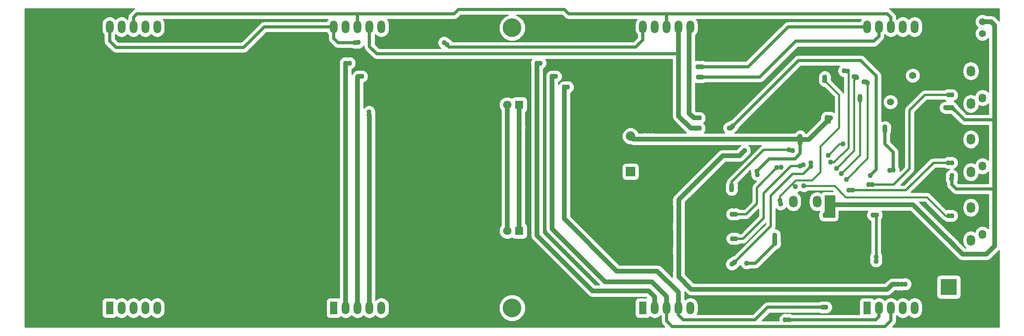
<source format=gtl>
G04 #@! TF.FileFunction,Copper,L1,Top,Signal*
%FSLAX46Y46*%
G04 Gerber Fmt 4.6, Leading zero omitted, Abs format (unit mm)*
G04 Created by KiCad (PCBNEW 4.0.6) date 01/08/18 11:05:27*
%MOMM*%
%LPD*%
G01*
G04 APERTURE LIST*
%ADD10C,0.100000*%
%ADD11C,4.000000*%
%ADD12R,1.624000X2.724000*%
%ADD13O,1.624000X2.724000*%
%ADD14C,1.524000*%
%ADD15R,1.800000X1.800000*%
%ADD16C,1.800000*%
%ADD17R,3.500120X3.500120*%
%ADD18C,1.520000*%
%ADD19R,1.520000X1.520000*%
%ADD20R,2.000000X2.000000*%
%ADD21C,2.000000*%
%ADD22O,1.624000X1.924000*%
%ADD23O,1.824000X2.324000*%
%ADD24R,1.824000X2.524000*%
%ADD25O,1.824000X2.524000*%
%ADD26C,1.100000*%
%ADD27C,0.300000*%
%ADD28C,1.000000*%
%ADD29C,0.700000*%
%ADD30C,0.600000*%
%ADD31C,0.500000*%
%ADD32C,0.400000*%
%ADD33C,0.254000*%
G04 APERTURE END LIST*
D10*
D11*
X145000000Y-55000000D03*
D12*
X59000000Y-115000000D03*
D13*
X61540000Y-115000000D03*
X64080000Y-115000000D03*
X66620000Y-115000000D03*
X69160000Y-115000000D03*
X69160000Y-54800000D03*
X66620000Y-54800000D03*
X64080000Y-54800000D03*
X61540000Y-54800000D03*
X59000000Y-54800000D03*
D12*
X106910000Y-115000000D03*
D13*
X109450000Y-115000000D03*
X111990000Y-115000000D03*
X114530000Y-115000000D03*
X117070000Y-115000000D03*
X117070000Y-54800000D03*
X114530000Y-54800000D03*
X111990000Y-54800000D03*
X109450000Y-54800000D03*
X106910000Y-54800000D03*
D12*
X172920000Y-115000000D03*
D13*
X175460000Y-115000000D03*
X178000000Y-115000000D03*
X180540000Y-115000000D03*
X183080000Y-115000000D03*
X183080000Y-54800000D03*
X180540000Y-54800000D03*
X178000000Y-54800000D03*
X175460000Y-54800000D03*
X172920000Y-54800000D03*
D12*
X220840000Y-115000000D03*
D13*
X223380000Y-115000000D03*
X225920000Y-115000000D03*
X228460000Y-115000000D03*
X231000000Y-115000000D03*
X231000000Y-54800000D03*
X228460000Y-54800000D03*
X225920000Y-54800000D03*
X223380000Y-54800000D03*
X220840000Y-54800000D03*
D14*
X225843371Y-70868729D03*
X230600000Y-65200000D03*
D15*
X146500000Y-71500000D03*
D16*
X143960000Y-71500000D03*
D15*
X146500000Y-98500000D03*
D16*
X143960000Y-98500000D03*
D17*
X238299860Y-110500000D03*
X244299340Y-110500000D03*
X241299600Y-115199000D03*
D18*
X245500000Y-56210000D03*
X245500000Y-53670000D03*
D19*
X245500000Y-58750000D03*
D20*
X170300000Y-85800000D03*
D21*
X170300000Y-78200000D03*
D22*
X245500000Y-94750000D03*
X245500000Y-99250000D03*
D23*
X243000000Y-93500000D03*
X243000000Y-100500000D03*
D22*
X245500000Y-80125000D03*
X245500000Y-84625000D03*
D23*
X243000000Y-78875000D03*
X243000000Y-85875000D03*
D22*
X245500000Y-65500000D03*
X245500000Y-70000000D03*
D23*
X243000000Y-64250000D03*
X243000000Y-71250000D03*
D24*
X212690000Y-92200000D03*
D25*
X210150000Y-92200000D03*
X207610000Y-92200000D03*
X205070000Y-92200000D03*
D11*
X145000000Y-115000000D03*
D26*
X225678937Y-85507155D03*
X224654249Y-76251122D03*
X226450000Y-85450000D03*
X224642444Y-77093030D03*
X202350000Y-76450000D03*
X201550000Y-76450000D03*
X155293855Y-55067955D03*
X156129475Y-55008268D03*
X166650000Y-57450000D03*
X167350000Y-57450000D03*
X168965116Y-62990325D03*
X168721982Y-62131251D03*
X127700000Y-54900000D03*
X128600000Y-54900000D03*
X129400000Y-54950000D03*
X130350000Y-54950000D03*
X131250000Y-55000000D03*
X132200000Y-54950000D03*
X156900000Y-55050000D03*
X157700000Y-55050000D03*
X158450000Y-55100000D03*
X159250000Y-55100000D03*
X160000000Y-55050000D03*
X160850000Y-55050000D03*
X161650000Y-55050000D03*
X75800000Y-54550000D03*
X76500000Y-54550000D03*
X77300000Y-54500000D03*
X78150000Y-54450000D03*
X86800000Y-56900000D03*
X87450000Y-56350000D03*
X88100000Y-55800000D03*
X195950000Y-54500000D03*
X195200000Y-54550000D03*
X194400000Y-54550000D03*
X193600000Y-54550000D03*
X192699999Y-54600001D03*
X192150000Y-60000000D03*
X192950000Y-60200000D03*
X193700000Y-60300000D03*
X160550000Y-115450000D03*
X159750000Y-115450000D03*
X159000000Y-115450000D03*
X158150000Y-115450000D03*
X157300000Y-115450000D03*
X156450000Y-115500000D03*
X137350000Y-96550000D03*
X137250000Y-97350000D03*
X136300000Y-82550000D03*
X136300000Y-83250000D03*
X95000000Y-57050000D03*
X95750000Y-57050000D03*
X96600000Y-57050000D03*
X97400000Y-57000000D03*
X98250000Y-57000000D03*
X99000000Y-56950000D03*
X92250000Y-101100000D03*
X93050000Y-101100000D03*
X93900000Y-101100000D03*
X94750000Y-101100000D03*
X95550000Y-101100000D03*
X96300000Y-101100000D03*
X97100000Y-101100000D03*
X92950000Y-78150000D03*
X93800000Y-78200000D03*
X50600000Y-84450000D03*
X50700000Y-110299997D03*
X50700000Y-109421426D03*
X50700000Y-108542855D03*
X50700000Y-107664284D03*
X50700000Y-106785713D03*
X50700000Y-105907142D03*
X50700000Y-105028571D03*
X50700000Y-104150000D03*
X50550000Y-58200000D03*
X50550000Y-59058333D03*
X50550000Y-59916666D03*
X50550000Y-60774999D03*
X50550000Y-61633332D03*
X50550000Y-62491665D03*
X50550000Y-63349998D03*
X50600000Y-79050000D03*
X50600000Y-79950000D03*
X50600000Y-80850000D03*
X50600000Y-81750000D03*
X50600000Y-82650000D03*
X50600000Y-83550000D03*
X94700000Y-78100000D03*
X95550000Y-78100000D03*
X96250000Y-78100000D03*
X97100000Y-78100000D03*
X137350000Y-100750000D03*
X137300000Y-99900000D03*
X137300000Y-99000000D03*
X137300000Y-98200000D03*
X136300000Y-83900000D03*
X136300000Y-84800000D03*
X136300000Y-85600000D03*
X160950000Y-85000000D03*
X160350000Y-85600000D03*
X181350000Y-86750000D03*
X180600760Y-82600000D03*
X180615599Y-83317142D03*
X190144950Y-87644949D03*
X189719949Y-88069949D03*
X180600760Y-86750000D03*
X201100000Y-106400000D03*
X189400760Y-91950000D03*
X189400000Y-97200000D03*
X189500000Y-102400000D03*
X189500000Y-107600000D03*
X225400000Y-103050000D03*
X208900000Y-107900000D03*
X227500000Y-109931169D03*
X228187987Y-109931169D03*
X180600760Y-108300000D03*
X180600760Y-103100000D03*
X180600760Y-97928622D03*
X180600760Y-92678622D03*
X194671285Y-81277669D03*
X193571287Y-82377667D03*
X194121286Y-81827668D03*
X229000000Y-109900000D03*
X180600760Y-91878572D03*
X180600760Y-97128572D03*
X180600760Y-107528572D03*
X180600760Y-102328572D03*
X238250000Y-95250000D03*
X207329016Y-88875771D03*
X238950000Y-95250000D03*
X238200000Y-83900000D03*
X216930889Y-89795230D03*
X217708706Y-89795230D03*
X238950000Y-83900000D03*
X212600000Y-75000000D03*
X174900000Y-78816133D03*
X174100000Y-78816133D03*
X173350000Y-78816133D03*
X211850000Y-95100000D03*
X213400000Y-95100000D03*
X212650000Y-95100000D03*
X238496355Y-100721620D03*
X239172908Y-101406325D03*
X238900000Y-87350000D03*
X237600000Y-72100000D03*
X238300000Y-72100000D03*
X206550000Y-78250000D03*
X206550000Y-78900000D03*
X201105184Y-99406180D03*
X201112961Y-101211171D03*
X197300000Y-85700000D03*
X197350000Y-86450000D03*
X213012752Y-74254661D03*
X201100000Y-100300000D03*
X212250000Y-74200000D03*
X206550000Y-79800000D03*
X238950000Y-72100000D03*
X238950000Y-86600000D03*
X195100000Y-105400000D03*
X238250000Y-69400000D03*
X221182774Y-88604536D03*
X221960591Y-88604536D03*
X238950000Y-69400000D03*
X191900000Y-88750000D03*
X204199672Y-81133094D03*
X204906739Y-81271058D03*
X191900000Y-89650000D03*
X192750000Y-94900000D03*
X202468313Y-84901045D03*
X201561264Y-84917047D03*
X192000000Y-94900000D03*
X192750000Y-100150000D03*
X207169361Y-84323968D03*
X206500000Y-84600000D03*
X192050000Y-100150000D03*
X215673626Y-79900000D03*
X212500000Y-82300000D03*
X192571407Y-105142868D03*
X191929473Y-105629182D03*
X208802073Y-83950078D03*
X208802073Y-84727895D03*
X215900000Y-64200000D03*
X213037287Y-83731986D03*
X216650000Y-64300000D03*
X218047785Y-65509425D03*
X218611322Y-65660387D03*
X214307107Y-85076604D03*
X215317025Y-86234262D03*
X219290447Y-70466537D03*
X219290447Y-69688720D03*
X220942252Y-66805781D03*
X220150792Y-66549290D03*
X216400000Y-87450000D03*
X222095581Y-95091286D03*
X222850000Y-95100000D03*
X222762590Y-104972268D03*
X222850000Y-95100000D03*
X222745571Y-104101677D03*
X111464935Y-58157413D03*
X112093552Y-58145879D03*
X130465030Y-58162177D03*
X131085270Y-58652262D03*
X184709653Y-63315121D03*
X185532729Y-63329561D03*
X184729549Y-65538074D03*
X185502178Y-65545509D03*
X184250000Y-76600000D03*
X185000000Y-76500000D03*
X184350000Y-74300000D03*
X185000000Y-74300000D03*
X203317875Y-117543491D03*
X204095692Y-117543491D03*
X110250000Y-62550000D03*
X151000000Y-62550000D03*
X150300000Y-62550000D03*
X109450000Y-62550000D03*
X112850000Y-65400000D03*
X154300000Y-65400000D03*
X153550000Y-65400000D03*
X112150000Y-65400000D03*
X212050000Y-114850000D03*
X211350000Y-114850000D03*
X114450000Y-73000000D03*
X156850000Y-67700000D03*
X156150000Y-67700000D03*
X114450000Y-73700000D03*
X192117112Y-76058949D03*
X221500000Y-86650000D03*
X191350000Y-76450000D03*
X202350000Y-92750000D03*
X202171301Y-92010160D03*
X205472595Y-89037846D03*
X211804711Y-65546388D03*
X211804711Y-66324205D03*
X146500000Y-76300000D03*
D27*
X225736092Y-85450000D02*
X225678937Y-85507155D01*
X226450000Y-85450000D02*
X225736092Y-85450000D01*
D28*
X224654249Y-76251122D02*
X224654249Y-77081225D01*
X224654249Y-77081225D02*
X224642444Y-77093030D01*
D29*
X224642444Y-77093030D02*
X224642444Y-79841522D01*
X224642444Y-79841522D02*
X226450000Y-81649078D01*
X226450000Y-81649078D02*
X226450000Y-85450000D01*
D27*
X201550000Y-76450000D02*
X202350000Y-76450000D01*
X166650000Y-57450000D02*
X164307747Y-55107747D01*
X164307747Y-55107747D02*
X156239165Y-55107747D01*
X156239165Y-55107747D02*
X156234060Y-55112853D01*
X156234060Y-55112853D02*
X156129475Y-55008268D01*
D29*
X155311810Y-55050000D02*
X155293855Y-55067955D01*
X161650000Y-55050000D02*
X155311810Y-55050000D01*
X167350000Y-57450000D02*
X166650000Y-57450000D01*
D27*
X168670554Y-62182679D02*
X168721982Y-62131251D01*
D29*
X168721982Y-64806621D02*
X168721982Y-62909068D01*
X168450000Y-65078603D02*
X168721982Y-64806621D01*
D27*
X168670554Y-62502359D02*
X168670554Y-62182679D01*
D29*
X168721982Y-62909068D02*
X168721982Y-62131251D01*
D27*
X128600000Y-54900000D02*
X127700000Y-54900000D01*
X130350000Y-54950000D02*
X129400000Y-54950000D01*
X132200000Y-54950000D02*
X131300000Y-54950000D01*
X131300000Y-54950000D02*
X131250000Y-55000000D01*
D29*
X157700000Y-55050000D02*
X156900000Y-55050000D01*
X159250000Y-55100000D02*
X158450000Y-55100000D01*
X160850000Y-55050000D02*
X160000000Y-55050000D01*
D27*
X160950000Y-72578603D02*
X168450000Y-65078603D01*
X160950000Y-85000000D02*
X160950000Y-72578603D01*
X77300000Y-54500000D02*
X76550000Y-54500000D01*
X76550000Y-54500000D02*
X76500000Y-54550000D01*
X84350000Y-54450000D02*
X78150000Y-54450000D01*
X86800000Y-56900000D02*
X84350000Y-54450000D01*
X88100000Y-55800000D02*
X88000000Y-55800000D01*
X88000000Y-55800000D02*
X87450000Y-56350000D01*
D30*
X194400000Y-54500000D02*
X195200000Y-54500000D01*
X192699999Y-54500000D02*
X193549999Y-54500000D01*
X193549999Y-54550001D02*
X193600000Y-54500000D01*
X192150000Y-60000000D02*
X192699999Y-59450001D01*
X192699999Y-59450001D02*
X192699999Y-54600001D01*
X193700000Y-60300000D02*
X193050000Y-60300000D01*
X193050000Y-60300000D02*
X192950000Y-60200000D01*
D27*
X159000000Y-115450000D02*
X159750000Y-115450000D01*
X157300000Y-115450000D02*
X158150000Y-115450000D01*
X141150000Y-100750000D02*
X155900000Y-115500000D01*
X155900000Y-115500000D02*
X156450000Y-115500000D01*
X137350000Y-100750000D02*
X141150000Y-100750000D01*
X136300000Y-82550000D02*
X136300000Y-71455123D01*
X136300000Y-71455123D02*
X130494877Y-65650000D01*
X130494877Y-65650000D02*
X117450000Y-65650000D01*
X117450000Y-65650000D02*
X112250000Y-60450000D01*
X112250000Y-60450000D02*
X99700000Y-60450000D01*
X137300000Y-98200000D02*
X137300000Y-97400000D01*
X137300000Y-97400000D02*
X137250000Y-97350000D01*
X136300000Y-83250000D02*
X136300000Y-82550000D01*
X136300000Y-83900000D02*
X136300000Y-83250000D01*
X96600000Y-57050000D02*
X95750000Y-57050000D01*
X98250000Y-57000000D02*
X97400000Y-57000000D01*
X99700000Y-60450000D02*
X99700000Y-57650000D01*
X99700000Y-57650000D02*
X99000000Y-56950000D01*
X97100000Y-78100000D02*
X97100000Y-101100000D01*
X93800000Y-78200000D02*
X93000000Y-78200000D01*
X93000000Y-78200000D02*
X92950000Y-78150000D01*
X94700000Y-77300000D02*
X93800000Y-78200000D01*
X94700000Y-78100000D02*
X93900000Y-78100000D01*
X93800000Y-78200000D02*
X87850000Y-84150000D01*
X93900000Y-78100000D02*
X93800000Y-78200000D01*
X50650000Y-79050000D02*
X50650000Y-63350000D01*
X87850000Y-84150000D02*
X51150000Y-84150000D01*
X97100000Y-63050000D02*
X97100000Y-78100000D01*
X99700000Y-60450000D02*
X97100000Y-63050000D01*
X137300000Y-99000000D02*
X137300000Y-99900000D01*
X136300000Y-97200000D02*
X137300000Y-98200000D01*
X136300000Y-85600000D02*
X136300000Y-97200000D01*
D31*
X136300000Y-84800000D02*
X136300000Y-83900000D01*
X163350000Y-82600000D02*
X160950000Y-85000000D01*
X160950000Y-85000000D02*
X160350000Y-85600000D01*
X180600760Y-82600000D02*
X163350000Y-82600000D01*
D27*
X180600760Y-86750000D02*
X181350000Y-86750000D01*
X180615599Y-83317142D02*
X180615599Y-82614839D01*
X180615599Y-82614839D02*
X180600760Y-82600000D01*
D30*
X180600760Y-83331981D02*
X180615599Y-83317142D01*
X180600760Y-86750000D02*
X180600760Y-83331981D01*
D28*
X207610000Y-92200000D02*
X207610000Y-106610000D01*
X207610000Y-106610000D02*
X208900000Y-107900000D01*
X189719949Y-88069949D02*
X190144949Y-87644949D01*
X190144949Y-87644949D02*
X190144950Y-87644949D01*
X189400760Y-88389138D02*
X189719949Y-88069949D01*
X189400760Y-91950000D02*
X189400760Y-88389138D01*
D30*
X207610000Y-92200000D02*
X207610000Y-92550000D01*
X207610000Y-92550000D02*
X207600000Y-92560000D01*
D28*
X189500000Y-107600000D02*
X199900000Y-107600000D01*
X199900000Y-107600000D02*
X201100000Y-106400000D01*
D29*
X189400000Y-97200000D02*
X189400000Y-91950760D01*
X189400000Y-91950760D02*
X189400760Y-91950000D01*
X189500000Y-102400000D02*
X189500000Y-97300000D01*
X189500000Y-97300000D02*
X189400000Y-97200000D01*
X189500000Y-107600000D02*
X189500000Y-102400000D01*
D28*
X208900000Y-107900000D02*
X224310643Y-107900000D01*
X224310643Y-107900000D02*
X225400000Y-106810643D01*
X225400000Y-106810643D02*
X225400000Y-103050000D01*
X193571287Y-82377667D02*
X194671285Y-81277669D01*
X180600760Y-107528572D02*
X180600760Y-108352862D01*
X180600760Y-108352862D02*
X183286731Y-111038833D01*
X226257413Y-109931169D02*
X227500000Y-109931169D01*
X183286731Y-111038833D02*
X225149749Y-111038833D01*
X225149749Y-111038833D02*
X226257413Y-109931169D01*
D27*
X228187987Y-109931169D02*
X227500000Y-109931169D01*
X228965804Y-109931169D02*
X228187987Y-109931169D01*
X228968831Y-109931169D02*
X228965804Y-109931169D01*
X229000000Y-109900000D02*
X228968831Y-109931169D01*
D28*
X180600760Y-91878572D02*
X180600760Y-91801286D01*
X180600760Y-91801286D02*
X190024379Y-82377667D01*
X190024379Y-82377667D02*
X193571287Y-82377667D01*
D27*
X194121286Y-81827668D02*
X194671285Y-81277669D01*
D28*
X180600760Y-102328572D02*
X180600760Y-107528572D01*
X180600760Y-97128572D02*
X180600760Y-102328572D01*
X180600760Y-91878572D02*
X180600760Y-97128572D01*
D32*
X238250000Y-95250000D02*
X237598010Y-95250000D01*
D29*
X238950000Y-95250000D02*
X238250000Y-95250000D01*
D32*
X237598010Y-95250000D02*
X233617707Y-91269697D01*
X213876852Y-88875771D02*
X208106833Y-88875771D01*
X233617707Y-91269697D02*
X216270778Y-91269697D01*
X216270778Y-91269697D02*
X213876852Y-88875771D01*
X208106833Y-88875771D02*
X207329016Y-88875771D01*
D31*
X238200000Y-83900000D02*
X235036963Y-83900000D01*
D30*
X238950000Y-83900000D02*
X238200000Y-83900000D01*
D27*
X217708706Y-89795230D02*
X216930889Y-89795230D01*
D31*
X235036963Y-83900000D02*
X229141733Y-89795230D01*
X229141733Y-89795230D02*
X218486523Y-89795230D01*
X218486523Y-89795230D02*
X217708706Y-89795230D01*
D28*
X206550000Y-78900000D02*
X208367413Y-78900000D01*
X208367413Y-78900000D02*
X213012752Y-74254661D01*
X195202252Y-78816133D02*
X205983867Y-78816133D01*
X205983867Y-78816133D02*
X206550000Y-78250000D01*
X174100000Y-78816133D02*
X195202252Y-78816133D01*
D29*
X197300000Y-85700000D02*
X199950000Y-83050000D01*
X199950000Y-83050000D02*
X205402712Y-83050000D01*
X205402712Y-83050000D02*
X206550000Y-81902712D01*
X206550000Y-81902712D02*
X206550000Y-79800000D01*
D28*
X212690000Y-92200000D02*
X213357442Y-92867442D01*
X213357442Y-92867442D02*
X230642177Y-92867442D01*
X230642177Y-92867442D02*
X237946356Y-100171621D01*
X237946356Y-100171621D02*
X238496355Y-100721620D01*
X212600000Y-75000000D02*
X212600000Y-74667413D01*
X212600000Y-74667413D02*
X213012752Y-74254661D01*
X212250000Y-74200000D02*
X212250000Y-74650000D01*
X212250000Y-74650000D02*
X212600000Y-75000000D01*
X173350000Y-78816133D02*
X174100000Y-78816133D01*
X170916133Y-78816133D02*
X173350000Y-78816133D01*
X212650000Y-95100000D02*
X211850000Y-95100000D01*
X212650000Y-95100000D02*
X213400000Y-95100000D01*
X212690000Y-92200000D02*
X212690000Y-95060000D01*
X212690000Y-95060000D02*
X212650000Y-95100000D01*
X239172908Y-101406325D02*
X238496355Y-100729772D01*
X238496355Y-100729772D02*
X238496355Y-100721620D01*
X246321625Y-103518258D02*
X241284841Y-103518258D01*
X248100000Y-101739883D02*
X246321625Y-103518258D01*
X239722907Y-101956324D02*
X239172908Y-101406325D01*
X248100000Y-89500000D02*
X248100000Y-101739883D01*
X241284841Y-103518258D02*
X239722907Y-101956324D01*
D29*
X239900000Y-89500000D02*
X239300000Y-88900000D01*
X238950000Y-86600000D02*
X238950000Y-88550000D01*
X238950000Y-88550000D02*
X239300000Y-88900000D01*
D27*
X238950000Y-86600000D02*
X238950000Y-87300000D01*
X238950000Y-87300000D02*
X238900000Y-87350000D01*
D29*
X238267005Y-72173937D02*
X239108327Y-72173937D01*
X239108327Y-72173937D02*
X241634390Y-74700000D01*
X241634390Y-74700000D02*
X248100000Y-74700000D01*
D31*
X237600000Y-72100000D02*
X238938239Y-72100000D01*
X238938239Y-72100000D02*
X239180440Y-72342201D01*
X238300000Y-72100000D02*
X237600000Y-72100000D01*
X238950000Y-72100000D02*
X238300000Y-72100000D01*
D28*
X245500000Y-53670000D02*
X247325165Y-53670000D01*
X247325165Y-53670000D02*
X248100000Y-54444835D01*
X248100000Y-54444835D02*
X248100000Y-74700000D01*
X206550000Y-78250000D02*
X206550000Y-79800000D01*
D27*
X206550000Y-78900000D02*
X206550000Y-78250000D01*
X206550000Y-79800000D02*
X206550000Y-78900000D01*
D28*
X201105184Y-99406180D02*
X201105184Y-101203394D01*
X201105184Y-101203394D02*
X201112961Y-101211171D01*
D29*
X200562962Y-101761170D02*
X201112961Y-101211171D01*
X195100000Y-105400000D02*
X196924132Y-105400000D01*
X196924132Y-105400000D02*
X200562962Y-101761170D01*
D27*
X201112961Y-100312961D02*
X201112961Y-100433354D01*
X201100000Y-100300000D02*
X201112961Y-100312961D01*
X201112961Y-100433354D02*
X201112961Y-101211171D01*
D29*
X197350000Y-86450000D02*
X197350000Y-85750000D01*
X197350000Y-85750000D02*
X197300000Y-85700000D01*
D31*
X206500000Y-79850000D02*
X206550000Y-79800000D01*
D28*
X170300000Y-78200000D02*
X170916133Y-78816133D01*
X213012752Y-74254661D02*
X212304661Y-74254661D01*
X212304661Y-74254661D02*
X212250000Y-74200000D01*
X248100000Y-74700000D02*
X248100000Y-89500000D01*
D29*
X248100000Y-89500000D02*
X239900000Y-89500000D01*
D31*
X233172266Y-69400000D02*
X238250000Y-69400000D01*
D29*
X238950000Y-69400000D02*
X238250000Y-69400000D01*
D27*
X221960591Y-88604536D02*
X221182774Y-88604536D01*
D31*
X221960591Y-88604536D02*
X226530848Y-88604536D01*
X226530848Y-88604536D02*
X229937028Y-85198356D01*
X229937028Y-85198356D02*
X229937028Y-72635238D01*
X229937028Y-72635238D02*
X233172266Y-69400000D01*
D28*
X191900000Y-89650000D02*
X191900000Y-88750000D01*
D31*
X191900000Y-88750000D02*
X191900000Y-87972012D01*
X198738918Y-81133094D02*
X203421855Y-81133094D01*
X191900000Y-87972012D02*
X198738918Y-81133094D01*
X203421855Y-81133094D02*
X204199672Y-81133094D01*
D27*
X204768775Y-81133094D02*
X204199672Y-81133094D01*
X204906739Y-81271058D02*
X204768775Y-81133094D01*
D28*
X192000000Y-94900000D02*
X192750000Y-94900000D01*
D27*
X202452311Y-84917047D02*
X202468313Y-84901045D01*
X201561264Y-84917047D02*
X202452311Y-84917047D01*
D31*
X192000000Y-94900000D02*
X195033791Y-94900000D01*
X195033791Y-94900000D02*
X197275054Y-92658737D01*
X201561264Y-84963790D02*
X201561264Y-84917047D01*
X197275054Y-92658737D02*
X197275054Y-89250000D01*
X197275054Y-89250000D02*
X201561264Y-84963790D01*
D28*
X192750000Y-100150000D02*
X192050000Y-100150000D01*
D31*
X192750000Y-100150000D02*
X194357261Y-100150000D01*
X194357261Y-100150000D02*
X198742929Y-95764332D01*
X198742929Y-95764332D02*
X198742929Y-90408202D01*
X198742929Y-90408202D02*
X204551131Y-84600000D01*
X204551131Y-84600000D02*
X206500000Y-84600000D01*
D32*
X212500000Y-82300000D02*
X212517291Y-82300000D01*
X212517291Y-82300000D02*
X214917291Y-79900000D01*
X214917291Y-79900000D02*
X215673626Y-79900000D01*
D28*
X191929473Y-105629182D02*
X192085093Y-105629182D01*
X192085093Y-105629182D02*
X192571407Y-105142868D01*
D31*
X193121406Y-104592869D02*
X192571407Y-105142868D01*
X207227817Y-86302151D02*
X204885710Y-86302151D01*
X204885710Y-86302151D02*
X200243700Y-90944161D01*
X208802073Y-84727895D02*
X207227817Y-86302151D01*
X200243700Y-97470575D02*
X193121406Y-104592869D01*
X192414275Y-105300000D02*
X192571407Y-105142868D01*
X200243700Y-90944161D02*
X200243700Y-97470575D01*
D32*
X192100000Y-105458655D02*
X191929473Y-105629182D01*
D27*
X208802073Y-84727895D02*
X208802073Y-83950078D01*
D32*
X216650000Y-64300000D02*
X216848964Y-64498964D01*
X216848964Y-64498964D02*
X216848964Y-80672311D01*
X216848964Y-80672311D02*
X213815104Y-83706171D01*
X213815104Y-83706171D02*
X213815104Y-83731986D01*
X213815104Y-83731986D02*
X213037287Y-83731986D01*
D27*
X215900000Y-64200000D02*
X216550000Y-64200000D01*
X216550000Y-64200000D02*
X216650000Y-64300000D01*
D32*
X214307107Y-85076604D02*
X218076963Y-81306748D01*
X218076963Y-66194746D02*
X218611322Y-65660387D01*
X218076963Y-81306748D02*
X218076963Y-66194746D01*
D28*
X218047785Y-65509425D02*
X218460360Y-65509425D01*
X218460360Y-65509425D02*
X218611322Y-65660387D01*
D32*
X215867024Y-85684263D02*
X215317025Y-86234262D01*
X219290447Y-82260840D02*
X215867024Y-85684263D01*
X219290447Y-70466537D02*
X219290447Y-82260840D01*
D28*
X219290447Y-69688720D02*
X219290447Y-70466537D01*
X220150792Y-66549290D02*
X220685761Y-66549290D01*
X220685761Y-66549290D02*
X220942252Y-66805781D01*
D32*
X220942252Y-67583598D02*
X220942252Y-66805781D01*
X220942252Y-82907748D02*
X220942252Y-67583598D01*
X216400000Y-87450000D02*
X220942252Y-82907748D01*
D28*
X143960000Y-98500000D02*
X143960000Y-71500000D01*
X222095581Y-95091286D02*
X222841286Y-95091286D01*
X222841286Y-95091286D02*
X222850000Y-95100000D01*
D30*
X222745571Y-95204429D02*
X222850000Y-95100000D01*
X222745571Y-104101677D02*
X222745571Y-95204429D01*
X222745571Y-104101677D02*
X222745571Y-104955249D01*
X222745571Y-104955249D02*
X222762590Y-104972268D01*
D29*
X172920000Y-54800000D02*
X172920000Y-57576059D01*
X172920000Y-57576059D02*
X171365387Y-59130672D01*
X171365387Y-59130672D02*
X131557599Y-59130672D01*
X131557599Y-59130672D02*
X131085270Y-58658343D01*
X131085270Y-58658343D02*
X131085270Y-58652262D01*
X106910000Y-54800000D02*
X92042999Y-54800000D01*
X92042999Y-54800000D02*
X87627561Y-59215438D01*
X87627561Y-59215438D02*
X60356898Y-59215438D01*
X60356898Y-59215438D02*
X59000000Y-57858540D01*
X59000000Y-57858540D02*
X59000000Y-54800000D01*
X220840000Y-54800000D02*
X203981753Y-54800000D01*
X203981753Y-54800000D02*
X195467541Y-63314212D01*
X195467541Y-63314212D02*
X185548078Y-63314212D01*
X185548078Y-63314212D02*
X185532729Y-63329561D01*
X106910000Y-54800000D02*
X106910000Y-57267357D01*
X106910000Y-57267357D02*
X107800056Y-58157413D01*
X107800056Y-58157413D02*
X110687118Y-58157413D01*
X110687118Y-58157413D02*
X111464935Y-58157413D01*
D28*
X184709653Y-63315121D02*
X185518289Y-63315121D01*
X185518289Y-63315121D02*
X185532729Y-63329561D01*
D29*
X223380000Y-54800000D02*
X223380000Y-56800752D01*
X205581591Y-57890752D02*
X197934183Y-65538160D01*
X185509527Y-65538160D02*
X185502178Y-65545509D01*
X223380000Y-56800752D02*
X222290000Y-57890752D01*
X222290000Y-57890752D02*
X205581591Y-57890752D01*
X197934183Y-65538160D02*
X185509527Y-65538160D01*
D28*
X184729549Y-65538074D02*
X185494743Y-65538074D01*
X185494743Y-65538074D02*
X185502178Y-65545509D01*
D29*
X178000000Y-52000000D02*
X157064268Y-52000000D01*
X156151969Y-51087701D02*
X133515714Y-51087701D01*
X157064268Y-52000000D02*
X156151969Y-51087701D01*
X133515714Y-51087701D02*
X132603415Y-52000000D01*
X132603415Y-52000000D02*
X111990000Y-52000000D01*
X64080000Y-54800000D02*
X64080000Y-52736559D01*
X64080000Y-52736559D02*
X64816559Y-52000000D01*
X64816559Y-52000000D02*
X111990000Y-52000000D01*
X111990000Y-52000000D02*
X111990000Y-54800000D01*
X225920000Y-54800000D02*
X225920000Y-52738000D01*
X225920000Y-52738000D02*
X225182000Y-52000000D01*
X225182000Y-52000000D02*
X178000000Y-52000000D01*
X178000000Y-52000000D02*
X178000000Y-54800000D01*
X180540000Y-58300000D02*
X180540000Y-60570551D01*
X180540000Y-60570551D02*
X116081267Y-60570551D01*
X116081267Y-60570551D02*
X114530000Y-59019284D01*
X114530000Y-59019284D02*
X114530000Y-54800000D01*
D28*
X180540000Y-58300000D02*
X180540000Y-73920776D01*
X180540000Y-73920776D02*
X183129584Y-76510360D01*
X183129584Y-76510360D02*
X184160360Y-76510360D01*
X184160360Y-76510360D02*
X184250000Y-76600000D01*
X185000000Y-76500000D02*
X184350000Y-76500000D01*
X184350000Y-76500000D02*
X184250000Y-76600000D01*
X180540000Y-54800000D02*
X180540000Y-58300000D01*
X183080000Y-54800000D02*
X182842697Y-55037303D01*
X182842697Y-55037303D02*
X182842697Y-73330251D01*
X182842697Y-73330251D02*
X183812446Y-74300000D01*
X183812446Y-74300000D02*
X184350000Y-74300000D01*
X185000000Y-74300000D02*
X184350000Y-74300000D01*
X175460000Y-115000000D02*
X175460000Y-112638000D01*
X175460000Y-112638000D02*
X174172000Y-111350000D01*
X174172000Y-111350000D02*
X162181386Y-111350000D01*
X162181386Y-111350000D02*
X150300000Y-99468614D01*
X150300000Y-99468614D02*
X150300000Y-62550000D01*
D29*
X223380000Y-115000000D02*
X223380000Y-116830816D01*
X223380000Y-116830816D02*
X222667325Y-117543491D01*
X222667325Y-117543491D02*
X204095692Y-117543491D01*
D28*
X109450000Y-115000000D02*
X109450000Y-62550000D01*
X178000000Y-115000000D02*
X178000000Y-112550000D01*
X178000000Y-112550000D02*
X174850000Y-109400000D01*
X174850000Y-109400000D02*
X164884688Y-109400000D01*
X164884688Y-109400000D02*
X153550000Y-98065312D01*
X153550000Y-98065312D02*
X153550000Y-65400000D01*
D29*
X225920000Y-115000000D02*
X225920000Y-117706086D01*
X225920000Y-117706086D02*
X224679159Y-118946927D01*
X224679159Y-118946927D02*
X179173030Y-118946927D01*
X179173030Y-118946927D02*
X178000000Y-117773897D01*
X178000000Y-117773897D02*
X178000000Y-115000000D01*
D28*
X112150000Y-65400000D02*
X112850000Y-65400000D01*
X153550000Y-65400000D02*
X154300000Y-65400000D01*
X111990000Y-115000000D02*
X111990000Y-65560000D01*
X111990000Y-65560000D02*
X112150000Y-65400000D01*
X180540000Y-115000000D02*
X180540000Y-111640000D01*
X180540000Y-111640000D02*
X176000000Y-107100000D01*
X176000000Y-107100000D02*
X167354322Y-107100000D01*
X167354322Y-107100000D02*
X156150000Y-95895678D01*
X156150000Y-95895678D02*
X156150000Y-67700000D01*
X211350000Y-114850000D02*
X212050000Y-114850000D01*
D29*
X180540000Y-115000000D02*
X180540000Y-116519059D01*
X199569736Y-114859358D02*
X211340642Y-114859358D01*
X180540000Y-116519059D02*
X181569672Y-117548731D01*
X181569672Y-117548731D02*
X196880363Y-117548731D01*
X196880363Y-117548731D02*
X199569736Y-114859358D01*
X211340642Y-114859358D02*
X211350000Y-114850000D01*
D28*
X114530000Y-115000000D02*
X114462382Y-114932382D01*
X114462382Y-114932382D02*
X114462382Y-73712382D01*
X114462382Y-73712382D02*
X114450000Y-73700000D01*
D29*
X221500000Y-86650000D02*
X222800000Y-85350000D01*
X222800000Y-85350000D02*
X222800000Y-65303478D01*
X222800000Y-65303478D02*
X219500000Y-62003478D01*
X219500000Y-62003478D02*
X206164413Y-62003478D01*
X206164413Y-62003478D02*
X192117112Y-76050779D01*
X192117112Y-76050779D02*
X192117112Y-76058949D01*
D28*
X191350000Y-76450000D02*
X191726061Y-76450000D01*
X191726061Y-76450000D02*
X192117112Y-76058949D01*
D32*
X204826353Y-88391603D02*
X205586303Y-87631653D01*
X206465399Y-87629162D02*
X209086985Y-87629162D01*
X205586303Y-87631653D02*
X206462908Y-87631653D01*
X206462908Y-87631653D02*
X206465399Y-87629162D01*
X209086985Y-87629162D02*
X210850000Y-85866147D01*
X210850000Y-85866147D02*
X210850000Y-80364924D01*
X210850000Y-80364924D02*
X214845580Y-76369344D01*
X214845580Y-76369344D02*
X214845580Y-69365074D01*
X214845580Y-69365074D02*
X211804711Y-66324205D01*
D27*
X202171301Y-92010160D02*
X202171301Y-92571301D01*
X202171301Y-92571301D02*
X202350000Y-92750000D01*
D32*
X205472595Y-89037846D02*
X204922596Y-88487846D01*
X204922596Y-88487846D02*
X204826353Y-88391603D01*
X204826353Y-88391603D02*
X202171301Y-91046655D01*
X202171301Y-91046655D02*
X202171301Y-92010160D01*
D28*
X211804711Y-65546388D02*
X211804711Y-66324205D01*
X146500000Y-76300000D02*
X146500000Y-71500000D01*
X146500000Y-98500000D02*
X146500000Y-76300000D01*
D10*
G36*
X239742507Y-72405253D02*
X239480134Y-72973727D01*
X238979409Y-72609563D01*
X238961359Y-72601307D01*
X238950000Y-72600000D01*
X237520710Y-72600000D01*
X237104277Y-72183567D01*
X237193579Y-71737057D01*
X237559065Y-71600000D01*
X239174093Y-71600000D01*
X239742507Y-72405253D01*
X239742507Y-72405253D01*
G37*
X239742507Y-72405253D02*
X239480134Y-72973727D01*
X238979409Y-72609563D01*
X238961359Y-72601307D01*
X238950000Y-72600000D01*
X237520710Y-72600000D01*
X237104277Y-72183567D01*
X237193579Y-71737057D01*
X237559065Y-71600000D01*
X239174093Y-71600000D01*
X239742507Y-72405253D01*
G36*
X239798383Y-101369093D02*
X239753698Y-101950000D01*
X239021336Y-101950000D01*
X237909533Y-100789858D01*
X238134690Y-100294512D01*
X238633169Y-100203879D01*
X239798383Y-101369093D01*
X239798383Y-101369093D01*
G37*
X239798383Y-101369093D02*
X239753698Y-101950000D01*
X239021336Y-101950000D01*
X237909533Y-100789858D01*
X238134690Y-100294512D01*
X238633169Y-100203879D01*
X239798383Y-101369093D01*
G36*
X204400000Y-117900000D02*
X203053223Y-117900000D01*
X203096973Y-117200000D01*
X204400000Y-117200000D01*
X204400000Y-117900000D01*
X204400000Y-117900000D01*
G37*
X204400000Y-117900000D02*
X203053223Y-117900000D01*
X203096973Y-117200000D01*
X204400000Y-117200000D01*
X204400000Y-117900000D01*
D33*
G36*
X213873000Y-95523000D02*
X211527000Y-95523000D01*
X211527000Y-94752606D01*
X211839803Y-94439803D01*
X211867666Y-94397789D01*
X211876987Y-94348186D01*
X211828827Y-90977000D01*
X213873000Y-90977000D01*
X213873000Y-95523000D01*
X213873000Y-95523000D01*
G37*
X213873000Y-95523000D02*
X211527000Y-95523000D01*
X211527000Y-94752606D01*
X211839803Y-94439803D01*
X211867666Y-94397789D01*
X211876987Y-94348186D01*
X211828827Y-90977000D01*
X213873000Y-90977000D01*
X213873000Y-95523000D01*
G36*
X197960393Y-80354569D02*
X197960391Y-80354572D01*
X191121475Y-87193487D01*
X190882809Y-87550677D01*
X190824444Y-87844095D01*
X190712983Y-87955361D01*
X190499244Y-88470101D01*
X190498758Y-89027453D01*
X190549000Y-89149048D01*
X190549000Y-89250275D01*
X190499244Y-89370101D01*
X190498758Y-89927453D01*
X190711598Y-90442566D01*
X191105361Y-90837017D01*
X191620101Y-91050756D01*
X192177453Y-91051242D01*
X192692566Y-90838402D01*
X193087017Y-90444639D01*
X193300756Y-89929899D01*
X193301242Y-89372547D01*
X193251000Y-89250952D01*
X193251000Y-89149725D01*
X193300756Y-89029899D01*
X193301242Y-88472547D01*
X193200450Y-88228612D01*
X195899148Y-85529913D01*
X195898758Y-85977453D01*
X195963837Y-86134957D01*
X195949244Y-86170101D01*
X195948758Y-86727453D01*
X196161598Y-87242566D01*
X196555361Y-87637017D01*
X197070101Y-87850756D01*
X197117207Y-87850797D01*
X196496529Y-88471475D01*
X196257863Y-88828665D01*
X196174053Y-89250000D01*
X196174054Y-89250005D01*
X196174054Y-92202688D01*
X194577741Y-93799000D01*
X193630506Y-93799000D01*
X193544639Y-93712983D01*
X193029899Y-93499244D01*
X192472547Y-93498758D01*
X192375398Y-93538899D01*
X192279899Y-93499244D01*
X191722547Y-93498758D01*
X191207434Y-93711598D01*
X190812983Y-94105361D01*
X190599244Y-94620101D01*
X190598758Y-95177453D01*
X190811598Y-95692566D01*
X191205361Y-96087017D01*
X191720101Y-96300756D01*
X192277453Y-96301242D01*
X192374602Y-96261101D01*
X192470101Y-96300756D01*
X193027453Y-96301242D01*
X193542566Y-96088402D01*
X193630121Y-96001000D01*
X195033786Y-96001000D01*
X195033791Y-96001001D01*
X195455126Y-95917191D01*
X195812316Y-95678525D01*
X197641929Y-93848911D01*
X197641929Y-95308283D01*
X193901211Y-99049000D01*
X193630506Y-99049000D01*
X193544639Y-98962983D01*
X193029899Y-98749244D01*
X192472547Y-98748758D01*
X192400460Y-98778544D01*
X192329899Y-98749244D01*
X191772547Y-98748758D01*
X191257434Y-98961598D01*
X190862983Y-99355361D01*
X190649244Y-99870101D01*
X190648758Y-100427453D01*
X190861598Y-100942566D01*
X191255361Y-101337017D01*
X191770101Y-101550756D01*
X192327453Y-101551242D01*
X192399540Y-101521456D01*
X192470101Y-101550756D01*
X193027453Y-101551242D01*
X193542566Y-101338402D01*
X193630121Y-101251000D01*
X194357256Y-101251000D01*
X194357261Y-101251001D01*
X194778596Y-101167191D01*
X195135786Y-100928525D01*
X199142700Y-96921610D01*
X199142700Y-97014526D01*
X192415493Y-103741732D01*
X192293954Y-103741626D01*
X191778841Y-103954466D01*
X191400981Y-104331667D01*
X191136907Y-104440780D01*
X190742456Y-104834543D01*
X190528717Y-105349283D01*
X190528231Y-105906635D01*
X190741071Y-106421748D01*
X191134834Y-106816199D01*
X191649574Y-107029938D01*
X192206926Y-107030424D01*
X192554494Y-106886812D01*
X192602098Y-106877343D01*
X192642102Y-106850613D01*
X192722039Y-106817584D01*
X192783791Y-106755939D01*
X193040394Y-106584483D01*
X193244060Y-106380817D01*
X193363973Y-106331270D01*
X193758424Y-105937507D01*
X193782376Y-105879824D01*
X193911598Y-106192566D01*
X194305361Y-106587017D01*
X194820101Y-106800756D01*
X195377453Y-106801242D01*
X195862076Y-106601000D01*
X196924132Y-106601000D01*
X197383735Y-106509579D01*
X197773367Y-106249235D01*
X201424113Y-102598489D01*
X201905527Y-102399573D01*
X202299978Y-102005810D01*
X202513717Y-101491070D01*
X202514203Y-100933718D01*
X202456184Y-100793301D01*
X202456184Y-100687240D01*
X202500756Y-100579899D01*
X202501242Y-100022547D01*
X202456184Y-99913498D01*
X202456184Y-99805905D01*
X202505940Y-99686079D01*
X202506426Y-99128727D01*
X202293586Y-98613614D01*
X201899823Y-98219163D01*
X201385083Y-98005424D01*
X201185160Y-98005250D01*
X201260891Y-97891909D01*
X201261557Y-97888562D01*
X201344701Y-97470575D01*
X201344700Y-97470570D01*
X201344700Y-93725988D01*
X201555361Y-93937017D01*
X202070101Y-94150756D01*
X202627453Y-94151242D01*
X203142566Y-93938402D01*
X203537017Y-93544639D01*
X203571633Y-93461274D01*
X203823371Y-93838025D01*
X204395329Y-94220196D01*
X205070000Y-94354396D01*
X205744671Y-94220196D01*
X206316629Y-93838025D01*
X206698800Y-93266067D01*
X206833000Y-92591396D01*
X206833000Y-91808604D01*
X206698800Y-91133933D01*
X206316629Y-90561975D01*
X205986499Y-90341389D01*
X206265161Y-90226248D01*
X206481734Y-90010053D01*
X206534377Y-90062788D01*
X207049117Y-90276527D01*
X207606469Y-90277013D01*
X208121582Y-90064173D01*
X208259224Y-89926771D01*
X213441514Y-89926771D01*
X213513743Y-89999000D01*
X211700000Y-89999000D01*
X211379405Y-90061698D01*
X211097970Y-90248535D01*
X211045672Y-90327473D01*
X210824671Y-90179804D01*
X210150000Y-90045604D01*
X209475329Y-90179804D01*
X208903371Y-90561975D01*
X208521200Y-91133933D01*
X208387000Y-91808604D01*
X208387000Y-92591396D01*
X208521200Y-93266067D01*
X208903371Y-93838025D01*
X209475329Y-94220196D01*
X210150000Y-94354396D01*
X210699385Y-94245117D01*
X210616047Y-94368913D01*
X210596488Y-94465499D01*
X210449244Y-94820101D01*
X210448758Y-95377453D01*
X210549000Y-95620058D01*
X210549000Y-95650000D01*
X210607199Y-95959302D01*
X210789997Y-96243377D01*
X211068913Y-96433953D01*
X211400000Y-96501000D01*
X211849924Y-96501000D01*
X212127453Y-96501242D01*
X212128039Y-96501000D01*
X212649924Y-96501000D01*
X212927453Y-96501242D01*
X212928039Y-96501000D01*
X213399924Y-96501000D01*
X213677453Y-96501242D01*
X213678039Y-96501000D01*
X214000000Y-96501000D01*
X214309302Y-96442801D01*
X214593377Y-96260003D01*
X214783953Y-95981087D01*
X214851000Y-95650000D01*
X214851000Y-94218442D01*
X220986906Y-94218442D01*
X220908564Y-94296647D01*
X220694825Y-94811387D01*
X220694339Y-95368739D01*
X220907179Y-95883852D01*
X221300942Y-96278303D01*
X221594571Y-96400229D01*
X221594571Y-103271084D01*
X221558554Y-103307038D01*
X221344815Y-103821778D01*
X221344329Y-104379130D01*
X221417933Y-104557267D01*
X221361834Y-104692369D01*
X221361348Y-105249721D01*
X221574188Y-105764834D01*
X221967951Y-106159285D01*
X222482691Y-106373024D01*
X223040043Y-106373510D01*
X223555156Y-106160670D01*
X223949607Y-105766907D01*
X224163346Y-105252167D01*
X224163832Y-104694815D01*
X224090228Y-104516678D01*
X224146327Y-104381576D01*
X224146813Y-103824224D01*
X223933973Y-103309111D01*
X223896571Y-103271644D01*
X223896571Y-96034840D01*
X224037017Y-95894639D01*
X224250756Y-95379899D01*
X224251242Y-94822547D01*
X224038402Y-94307434D01*
X223949565Y-94218442D01*
X230082575Y-94218442D01*
X237205654Y-101341521D01*
X237235588Y-101388811D01*
X237271734Y-101426528D01*
X237307953Y-101514186D01*
X237701716Y-101908637D01*
X237754931Y-101930734D01*
X237963732Y-102148613D01*
X237984506Y-102198891D01*
X238378269Y-102593342D01*
X238413265Y-102607873D01*
X238575806Y-102719825D01*
X240329540Y-104473559D01*
X240767835Y-104766419D01*
X240853612Y-104783481D01*
X241284841Y-104869258D01*
X246321625Y-104869258D01*
X246838630Y-104766419D01*
X247276926Y-104473559D01*
X249055301Y-102695184D01*
X249074000Y-102667199D01*
X249074000Y-119074000D01*
X226250556Y-119074000D01*
X226769235Y-118555321D01*
X227029579Y-118165689D01*
X227121000Y-117706086D01*
X227121000Y-116731738D01*
X227190000Y-116628472D01*
X227284081Y-116769274D01*
X227823597Y-117129767D01*
X228460000Y-117256355D01*
X229096403Y-117129767D01*
X229635919Y-116769274D01*
X229730000Y-116628472D01*
X229824081Y-116769274D01*
X230363597Y-117129767D01*
X231000000Y-117256355D01*
X231636403Y-117129767D01*
X232175919Y-116769274D01*
X232536412Y-116229758D01*
X232663000Y-115593355D01*
X232663000Y-114406645D01*
X232536412Y-113770242D01*
X232175919Y-113230726D01*
X231636403Y-112870233D01*
X231000000Y-112743645D01*
X230363597Y-112870233D01*
X229824081Y-113230726D01*
X229730000Y-113371528D01*
X229635919Y-113230726D01*
X229096403Y-112870233D01*
X228460000Y-112743645D01*
X227823597Y-112870233D01*
X227284081Y-113230726D01*
X227190000Y-113371528D01*
X227095919Y-113230726D01*
X226556403Y-112870233D01*
X225920000Y-112743645D01*
X225283597Y-112870233D01*
X224744081Y-113230726D01*
X224650000Y-113371528D01*
X224555919Y-113230726D01*
X224016403Y-112870233D01*
X223380000Y-112743645D01*
X222743597Y-112870233D01*
X222341922Y-113138623D01*
X222273954Y-113032998D01*
X221989573Y-112838688D01*
X221652000Y-112770328D01*
X220028000Y-112770328D01*
X219712638Y-112829667D01*
X219422998Y-113016046D01*
X219228688Y-113300427D01*
X219160328Y-113638000D01*
X219160328Y-116342491D01*
X204856656Y-116342491D01*
X204375591Y-116142735D01*
X203818239Y-116142249D01*
X203707148Y-116188151D01*
X203597774Y-116142735D01*
X203040422Y-116142249D01*
X202525309Y-116355089D01*
X202130858Y-116748852D01*
X201917119Y-117263592D01*
X201916698Y-117745927D01*
X198381637Y-117745927D01*
X200067206Y-116060358D01*
X210611572Y-116060358D01*
X211070101Y-116250756D01*
X211627453Y-116251242D01*
X211699540Y-116221456D01*
X211770101Y-116250756D01*
X212327453Y-116251242D01*
X212842566Y-116038402D01*
X213237017Y-115644639D01*
X213450756Y-115129899D01*
X213451242Y-114572547D01*
X213238402Y-114057434D01*
X212844639Y-113662983D01*
X212329899Y-113449244D01*
X211772547Y-113448758D01*
X211700460Y-113478544D01*
X211629899Y-113449244D01*
X211072547Y-113448758D01*
X210565275Y-113658358D01*
X199569736Y-113658358D01*
X199110133Y-113749779D01*
X198883815Y-113901000D01*
X198720501Y-114010123D01*
X196382893Y-116347731D01*
X184537585Y-116347731D01*
X184616412Y-116229758D01*
X184743000Y-115593355D01*
X184743000Y-114406645D01*
X184616412Y-113770242D01*
X184255919Y-113230726D01*
X183716403Y-112870233D01*
X183080000Y-112743645D01*
X182443597Y-112870233D01*
X181904081Y-113230726D01*
X181891000Y-113250303D01*
X181891000Y-111640000D01*
X181869573Y-111532277D01*
X182331430Y-111994135D01*
X182769726Y-112286994D01*
X183286731Y-112389833D01*
X225149749Y-112389833D01*
X225666754Y-112286994D01*
X226105050Y-111994134D01*
X226817016Y-111282169D01*
X227100275Y-111282169D01*
X227220101Y-111331925D01*
X227777453Y-111332411D01*
X227843518Y-111305113D01*
X227908088Y-111331925D01*
X228465440Y-111332411D01*
X228631296Y-111263881D01*
X228720101Y-111300756D01*
X229277453Y-111301242D01*
X229792566Y-111088402D01*
X230187017Y-110694639D01*
X230400756Y-110179899D01*
X230401242Y-109622547D01*
X230188402Y-109107434D01*
X229831532Y-108749940D01*
X235682128Y-108749940D01*
X235682128Y-112250060D01*
X235741467Y-112565422D01*
X235927846Y-112855062D01*
X236212227Y-113049372D01*
X236549800Y-113117732D01*
X240049920Y-113117732D01*
X240365282Y-113058393D01*
X240654922Y-112872014D01*
X240849232Y-112587633D01*
X240917592Y-112250060D01*
X240917592Y-108749940D01*
X240858253Y-108434578D01*
X240671874Y-108144938D01*
X240387493Y-107950628D01*
X240049920Y-107882268D01*
X236549800Y-107882268D01*
X236234438Y-107941607D01*
X235944798Y-108127986D01*
X235750488Y-108412367D01*
X235682128Y-108749940D01*
X229831532Y-108749940D01*
X229794639Y-108712983D01*
X229279899Y-108499244D01*
X228722547Y-108498758D01*
X228556691Y-108567288D01*
X228467886Y-108530413D01*
X227910534Y-108529927D01*
X227844469Y-108557225D01*
X227779899Y-108530413D01*
X227222547Y-108529927D01*
X227100952Y-108580169D01*
X226257413Y-108580169D01*
X225826184Y-108665946D01*
X225740407Y-108683008D01*
X225302111Y-108975868D01*
X224590147Y-109687833D01*
X183846334Y-109687833D01*
X181991380Y-107832880D01*
X182001516Y-107808471D01*
X182002002Y-107251119D01*
X181951760Y-107129524D01*
X181951760Y-103499725D01*
X182001516Y-103379899D01*
X182002002Y-102822547D01*
X181957423Y-102714658D01*
X182001516Y-102608471D01*
X182002002Y-102051119D01*
X181951760Y-101929524D01*
X181951760Y-98328347D01*
X182001516Y-98208521D01*
X182002002Y-97651169D01*
X181951760Y-97529574D01*
X181951760Y-97528297D01*
X182001516Y-97408471D01*
X182002002Y-96851119D01*
X181951760Y-96729524D01*
X181951760Y-93078347D01*
X182001516Y-92958521D01*
X182002002Y-92401169D01*
X181975535Y-92337113D01*
X190583981Y-83728667D01*
X193171562Y-83728667D01*
X193291388Y-83778423D01*
X193848740Y-83778909D01*
X194363853Y-83566069D01*
X194758304Y-83172306D01*
X194804400Y-83061295D01*
X194913852Y-83016070D01*
X195308303Y-82622307D01*
X195354399Y-82511296D01*
X195463851Y-82466071D01*
X195858302Y-82072308D01*
X196072041Y-81557568D01*
X196072527Y-81000216D01*
X195859687Y-80485103D01*
X195542272Y-80167133D01*
X198240912Y-80167133D01*
X197960393Y-80354569D01*
X197960393Y-80354569D01*
G37*
X197960393Y-80354569D02*
X197960391Y-80354572D01*
X191121475Y-87193487D01*
X190882809Y-87550677D01*
X190824444Y-87844095D01*
X190712983Y-87955361D01*
X190499244Y-88470101D01*
X190498758Y-89027453D01*
X190549000Y-89149048D01*
X190549000Y-89250275D01*
X190499244Y-89370101D01*
X190498758Y-89927453D01*
X190711598Y-90442566D01*
X191105361Y-90837017D01*
X191620101Y-91050756D01*
X192177453Y-91051242D01*
X192692566Y-90838402D01*
X193087017Y-90444639D01*
X193300756Y-89929899D01*
X193301242Y-89372547D01*
X193251000Y-89250952D01*
X193251000Y-89149725D01*
X193300756Y-89029899D01*
X193301242Y-88472547D01*
X193200450Y-88228612D01*
X195899148Y-85529913D01*
X195898758Y-85977453D01*
X195963837Y-86134957D01*
X195949244Y-86170101D01*
X195948758Y-86727453D01*
X196161598Y-87242566D01*
X196555361Y-87637017D01*
X197070101Y-87850756D01*
X197117207Y-87850797D01*
X196496529Y-88471475D01*
X196257863Y-88828665D01*
X196174053Y-89250000D01*
X196174054Y-89250005D01*
X196174054Y-92202688D01*
X194577741Y-93799000D01*
X193630506Y-93799000D01*
X193544639Y-93712983D01*
X193029899Y-93499244D01*
X192472547Y-93498758D01*
X192375398Y-93538899D01*
X192279899Y-93499244D01*
X191722547Y-93498758D01*
X191207434Y-93711598D01*
X190812983Y-94105361D01*
X190599244Y-94620101D01*
X190598758Y-95177453D01*
X190811598Y-95692566D01*
X191205361Y-96087017D01*
X191720101Y-96300756D01*
X192277453Y-96301242D01*
X192374602Y-96261101D01*
X192470101Y-96300756D01*
X193027453Y-96301242D01*
X193542566Y-96088402D01*
X193630121Y-96001000D01*
X195033786Y-96001000D01*
X195033791Y-96001001D01*
X195455126Y-95917191D01*
X195812316Y-95678525D01*
X197641929Y-93848911D01*
X197641929Y-95308283D01*
X193901211Y-99049000D01*
X193630506Y-99049000D01*
X193544639Y-98962983D01*
X193029899Y-98749244D01*
X192472547Y-98748758D01*
X192400460Y-98778544D01*
X192329899Y-98749244D01*
X191772547Y-98748758D01*
X191257434Y-98961598D01*
X190862983Y-99355361D01*
X190649244Y-99870101D01*
X190648758Y-100427453D01*
X190861598Y-100942566D01*
X191255361Y-101337017D01*
X191770101Y-101550756D01*
X192327453Y-101551242D01*
X192399540Y-101521456D01*
X192470101Y-101550756D01*
X193027453Y-101551242D01*
X193542566Y-101338402D01*
X193630121Y-101251000D01*
X194357256Y-101251000D01*
X194357261Y-101251001D01*
X194778596Y-101167191D01*
X195135786Y-100928525D01*
X199142700Y-96921610D01*
X199142700Y-97014526D01*
X192415493Y-103741732D01*
X192293954Y-103741626D01*
X191778841Y-103954466D01*
X191400981Y-104331667D01*
X191136907Y-104440780D01*
X190742456Y-104834543D01*
X190528717Y-105349283D01*
X190528231Y-105906635D01*
X190741071Y-106421748D01*
X191134834Y-106816199D01*
X191649574Y-107029938D01*
X192206926Y-107030424D01*
X192554494Y-106886812D01*
X192602098Y-106877343D01*
X192642102Y-106850613D01*
X192722039Y-106817584D01*
X192783791Y-106755939D01*
X193040394Y-106584483D01*
X193244060Y-106380817D01*
X193363973Y-106331270D01*
X193758424Y-105937507D01*
X193782376Y-105879824D01*
X193911598Y-106192566D01*
X194305361Y-106587017D01*
X194820101Y-106800756D01*
X195377453Y-106801242D01*
X195862076Y-106601000D01*
X196924132Y-106601000D01*
X197383735Y-106509579D01*
X197773367Y-106249235D01*
X201424113Y-102598489D01*
X201905527Y-102399573D01*
X202299978Y-102005810D01*
X202513717Y-101491070D01*
X202514203Y-100933718D01*
X202456184Y-100793301D01*
X202456184Y-100687240D01*
X202500756Y-100579899D01*
X202501242Y-100022547D01*
X202456184Y-99913498D01*
X202456184Y-99805905D01*
X202505940Y-99686079D01*
X202506426Y-99128727D01*
X202293586Y-98613614D01*
X201899823Y-98219163D01*
X201385083Y-98005424D01*
X201185160Y-98005250D01*
X201260891Y-97891909D01*
X201261557Y-97888562D01*
X201344701Y-97470575D01*
X201344700Y-97470570D01*
X201344700Y-93725988D01*
X201555361Y-93937017D01*
X202070101Y-94150756D01*
X202627453Y-94151242D01*
X203142566Y-93938402D01*
X203537017Y-93544639D01*
X203571633Y-93461274D01*
X203823371Y-93838025D01*
X204395329Y-94220196D01*
X205070000Y-94354396D01*
X205744671Y-94220196D01*
X206316629Y-93838025D01*
X206698800Y-93266067D01*
X206833000Y-92591396D01*
X206833000Y-91808604D01*
X206698800Y-91133933D01*
X206316629Y-90561975D01*
X205986499Y-90341389D01*
X206265161Y-90226248D01*
X206481734Y-90010053D01*
X206534377Y-90062788D01*
X207049117Y-90276527D01*
X207606469Y-90277013D01*
X208121582Y-90064173D01*
X208259224Y-89926771D01*
X213441514Y-89926771D01*
X213513743Y-89999000D01*
X211700000Y-89999000D01*
X211379405Y-90061698D01*
X211097970Y-90248535D01*
X211045672Y-90327473D01*
X210824671Y-90179804D01*
X210150000Y-90045604D01*
X209475329Y-90179804D01*
X208903371Y-90561975D01*
X208521200Y-91133933D01*
X208387000Y-91808604D01*
X208387000Y-92591396D01*
X208521200Y-93266067D01*
X208903371Y-93838025D01*
X209475329Y-94220196D01*
X210150000Y-94354396D01*
X210699385Y-94245117D01*
X210616047Y-94368913D01*
X210596488Y-94465499D01*
X210449244Y-94820101D01*
X210448758Y-95377453D01*
X210549000Y-95620058D01*
X210549000Y-95650000D01*
X210607199Y-95959302D01*
X210789997Y-96243377D01*
X211068913Y-96433953D01*
X211400000Y-96501000D01*
X211849924Y-96501000D01*
X212127453Y-96501242D01*
X212128039Y-96501000D01*
X212649924Y-96501000D01*
X212927453Y-96501242D01*
X212928039Y-96501000D01*
X213399924Y-96501000D01*
X213677453Y-96501242D01*
X213678039Y-96501000D01*
X214000000Y-96501000D01*
X214309302Y-96442801D01*
X214593377Y-96260003D01*
X214783953Y-95981087D01*
X214851000Y-95650000D01*
X214851000Y-94218442D01*
X220986906Y-94218442D01*
X220908564Y-94296647D01*
X220694825Y-94811387D01*
X220694339Y-95368739D01*
X220907179Y-95883852D01*
X221300942Y-96278303D01*
X221594571Y-96400229D01*
X221594571Y-103271084D01*
X221558554Y-103307038D01*
X221344815Y-103821778D01*
X221344329Y-104379130D01*
X221417933Y-104557267D01*
X221361834Y-104692369D01*
X221361348Y-105249721D01*
X221574188Y-105764834D01*
X221967951Y-106159285D01*
X222482691Y-106373024D01*
X223040043Y-106373510D01*
X223555156Y-106160670D01*
X223949607Y-105766907D01*
X224163346Y-105252167D01*
X224163832Y-104694815D01*
X224090228Y-104516678D01*
X224146327Y-104381576D01*
X224146813Y-103824224D01*
X223933973Y-103309111D01*
X223896571Y-103271644D01*
X223896571Y-96034840D01*
X224037017Y-95894639D01*
X224250756Y-95379899D01*
X224251242Y-94822547D01*
X224038402Y-94307434D01*
X223949565Y-94218442D01*
X230082575Y-94218442D01*
X237205654Y-101341521D01*
X237235588Y-101388811D01*
X237271734Y-101426528D01*
X237307953Y-101514186D01*
X237701716Y-101908637D01*
X237754931Y-101930734D01*
X237963732Y-102148613D01*
X237984506Y-102198891D01*
X238378269Y-102593342D01*
X238413265Y-102607873D01*
X238575806Y-102719825D01*
X240329540Y-104473559D01*
X240767835Y-104766419D01*
X240853612Y-104783481D01*
X241284841Y-104869258D01*
X246321625Y-104869258D01*
X246838630Y-104766419D01*
X247276926Y-104473559D01*
X249055301Y-102695184D01*
X249074000Y-102667199D01*
X249074000Y-119074000D01*
X226250556Y-119074000D01*
X226769235Y-118555321D01*
X227029579Y-118165689D01*
X227121000Y-117706086D01*
X227121000Y-116731738D01*
X227190000Y-116628472D01*
X227284081Y-116769274D01*
X227823597Y-117129767D01*
X228460000Y-117256355D01*
X229096403Y-117129767D01*
X229635919Y-116769274D01*
X229730000Y-116628472D01*
X229824081Y-116769274D01*
X230363597Y-117129767D01*
X231000000Y-117256355D01*
X231636403Y-117129767D01*
X232175919Y-116769274D01*
X232536412Y-116229758D01*
X232663000Y-115593355D01*
X232663000Y-114406645D01*
X232536412Y-113770242D01*
X232175919Y-113230726D01*
X231636403Y-112870233D01*
X231000000Y-112743645D01*
X230363597Y-112870233D01*
X229824081Y-113230726D01*
X229730000Y-113371528D01*
X229635919Y-113230726D01*
X229096403Y-112870233D01*
X228460000Y-112743645D01*
X227823597Y-112870233D01*
X227284081Y-113230726D01*
X227190000Y-113371528D01*
X227095919Y-113230726D01*
X226556403Y-112870233D01*
X225920000Y-112743645D01*
X225283597Y-112870233D01*
X224744081Y-113230726D01*
X224650000Y-113371528D01*
X224555919Y-113230726D01*
X224016403Y-112870233D01*
X223380000Y-112743645D01*
X222743597Y-112870233D01*
X222341922Y-113138623D01*
X222273954Y-113032998D01*
X221989573Y-112838688D01*
X221652000Y-112770328D01*
X220028000Y-112770328D01*
X219712638Y-112829667D01*
X219422998Y-113016046D01*
X219228688Y-113300427D01*
X219160328Y-113638000D01*
X219160328Y-116342491D01*
X204856656Y-116342491D01*
X204375591Y-116142735D01*
X203818239Y-116142249D01*
X203707148Y-116188151D01*
X203597774Y-116142735D01*
X203040422Y-116142249D01*
X202525309Y-116355089D01*
X202130858Y-116748852D01*
X201917119Y-117263592D01*
X201916698Y-117745927D01*
X198381637Y-117745927D01*
X200067206Y-116060358D01*
X210611572Y-116060358D01*
X211070101Y-116250756D01*
X211627453Y-116251242D01*
X211699540Y-116221456D01*
X211770101Y-116250756D01*
X212327453Y-116251242D01*
X212842566Y-116038402D01*
X213237017Y-115644639D01*
X213450756Y-115129899D01*
X213451242Y-114572547D01*
X213238402Y-114057434D01*
X212844639Y-113662983D01*
X212329899Y-113449244D01*
X211772547Y-113448758D01*
X211700460Y-113478544D01*
X211629899Y-113449244D01*
X211072547Y-113448758D01*
X210565275Y-113658358D01*
X199569736Y-113658358D01*
X199110133Y-113749779D01*
X198883815Y-113901000D01*
X198720501Y-114010123D01*
X196382893Y-116347731D01*
X184537585Y-116347731D01*
X184616412Y-116229758D01*
X184743000Y-115593355D01*
X184743000Y-114406645D01*
X184616412Y-113770242D01*
X184255919Y-113230726D01*
X183716403Y-112870233D01*
X183080000Y-112743645D01*
X182443597Y-112870233D01*
X181904081Y-113230726D01*
X181891000Y-113250303D01*
X181891000Y-111640000D01*
X181869573Y-111532277D01*
X182331430Y-111994135D01*
X182769726Y-112286994D01*
X183286731Y-112389833D01*
X225149749Y-112389833D01*
X225666754Y-112286994D01*
X226105050Y-111994134D01*
X226817016Y-111282169D01*
X227100275Y-111282169D01*
X227220101Y-111331925D01*
X227777453Y-111332411D01*
X227843518Y-111305113D01*
X227908088Y-111331925D01*
X228465440Y-111332411D01*
X228631296Y-111263881D01*
X228720101Y-111300756D01*
X229277453Y-111301242D01*
X229792566Y-111088402D01*
X230187017Y-110694639D01*
X230400756Y-110179899D01*
X230401242Y-109622547D01*
X230188402Y-109107434D01*
X229831532Y-108749940D01*
X235682128Y-108749940D01*
X235682128Y-112250060D01*
X235741467Y-112565422D01*
X235927846Y-112855062D01*
X236212227Y-113049372D01*
X236549800Y-113117732D01*
X240049920Y-113117732D01*
X240365282Y-113058393D01*
X240654922Y-112872014D01*
X240849232Y-112587633D01*
X240917592Y-112250060D01*
X240917592Y-108749940D01*
X240858253Y-108434578D01*
X240671874Y-108144938D01*
X240387493Y-107950628D01*
X240049920Y-107882268D01*
X236549800Y-107882268D01*
X236234438Y-107941607D01*
X235944798Y-108127986D01*
X235750488Y-108412367D01*
X235682128Y-108749940D01*
X229831532Y-108749940D01*
X229794639Y-108712983D01*
X229279899Y-108499244D01*
X228722547Y-108498758D01*
X228556691Y-108567288D01*
X228467886Y-108530413D01*
X227910534Y-108529927D01*
X227844469Y-108557225D01*
X227779899Y-108530413D01*
X227222547Y-108529927D01*
X227100952Y-108580169D01*
X226257413Y-108580169D01*
X225826184Y-108665946D01*
X225740407Y-108683008D01*
X225302111Y-108975868D01*
X224590147Y-109687833D01*
X183846334Y-109687833D01*
X181991380Y-107832880D01*
X182001516Y-107808471D01*
X182002002Y-107251119D01*
X181951760Y-107129524D01*
X181951760Y-103499725D01*
X182001516Y-103379899D01*
X182002002Y-102822547D01*
X181957423Y-102714658D01*
X182001516Y-102608471D01*
X182002002Y-102051119D01*
X181951760Y-101929524D01*
X181951760Y-98328347D01*
X182001516Y-98208521D01*
X182002002Y-97651169D01*
X181951760Y-97529574D01*
X181951760Y-97528297D01*
X182001516Y-97408471D01*
X182002002Y-96851119D01*
X181951760Y-96729524D01*
X181951760Y-93078347D01*
X182001516Y-92958521D01*
X182002002Y-92401169D01*
X181975535Y-92337113D01*
X190583981Y-83728667D01*
X193171562Y-83728667D01*
X193291388Y-83778423D01*
X193848740Y-83778909D01*
X194363853Y-83566069D01*
X194758304Y-83172306D01*
X194804400Y-83061295D01*
X194913852Y-83016070D01*
X195308303Y-82622307D01*
X195354399Y-82511296D01*
X195463851Y-82466071D01*
X195858302Y-82072308D01*
X196072041Y-81557568D01*
X196072527Y-81000216D01*
X195859687Y-80485103D01*
X195542272Y-80167133D01*
X198240912Y-80167133D01*
X197960393Y-80354569D01*
G36*
X64061706Y-51087701D02*
X63967324Y-51150765D01*
X63230765Y-51887324D01*
X62970421Y-52276956D01*
X62879000Y-52736559D01*
X62879000Y-53068262D01*
X62810000Y-53171528D01*
X62715919Y-53030726D01*
X62176403Y-52670233D01*
X61540000Y-52543645D01*
X60903597Y-52670233D01*
X60364081Y-53030726D01*
X60270000Y-53171528D01*
X60175919Y-53030726D01*
X59636403Y-52670233D01*
X59000000Y-52543645D01*
X58363597Y-52670233D01*
X57824081Y-53030726D01*
X57463588Y-53570242D01*
X57337000Y-54206645D01*
X57337000Y-55393355D01*
X57463588Y-56029758D01*
X57799000Y-56531738D01*
X57799000Y-57858540D01*
X57890421Y-58318143D01*
X58135974Y-58685638D01*
X58150765Y-58707775D01*
X59507663Y-60064674D01*
X59897296Y-60325018D01*
X60356898Y-60416438D01*
X87627561Y-60416438D01*
X88087164Y-60325017D01*
X88476796Y-60064673D01*
X92540469Y-56001000D01*
X105367868Y-56001000D01*
X105373588Y-56029758D01*
X105709000Y-56531738D01*
X105709000Y-57267357D01*
X105800421Y-57726960D01*
X105922946Y-57910331D01*
X106060765Y-58116592D01*
X106950821Y-59006648D01*
X107340453Y-59266992D01*
X107800056Y-59358413D01*
X110703971Y-59358413D01*
X111185036Y-59558169D01*
X111742388Y-59558655D01*
X111792618Y-59537900D01*
X111813653Y-59546635D01*
X112371005Y-59547121D01*
X112886118Y-59334281D01*
X113280569Y-58940518D01*
X113329000Y-58823883D01*
X113329000Y-59019284D01*
X113420421Y-59478887D01*
X113551487Y-59675041D01*
X113680765Y-59868519D01*
X115232032Y-61419786D01*
X115621664Y-61680130D01*
X116081267Y-61771551D01*
X149106260Y-61771551D01*
X148899244Y-62270101D01*
X148898758Y-62827453D01*
X148949000Y-62949048D01*
X148949000Y-99468614D01*
X149051839Y-99985619D01*
X149344699Y-100423915D01*
X161226085Y-112305301D01*
X161664380Y-112598161D01*
X161750157Y-112615223D01*
X162181386Y-112701000D01*
X173612398Y-112701000D01*
X173681726Y-112770328D01*
X172108000Y-112770328D01*
X171792638Y-112829667D01*
X171502998Y-113016046D01*
X171308688Y-113300427D01*
X171240328Y-113638000D01*
X171240328Y-116362000D01*
X171299667Y-116677362D01*
X171486046Y-116967002D01*
X171770427Y-117161312D01*
X172108000Y-117229672D01*
X173732000Y-117229672D01*
X174047362Y-117170333D01*
X174337002Y-116983954D01*
X174421121Y-116860842D01*
X174823597Y-117129767D01*
X175460000Y-117256355D01*
X176096403Y-117129767D01*
X176635919Y-116769274D01*
X176730000Y-116628472D01*
X176799000Y-116731738D01*
X176799000Y-117773897D01*
X176890421Y-118233500D01*
X177105455Y-118555321D01*
X177150765Y-118623132D01*
X177601633Y-119074000D01*
X40926000Y-119074000D01*
X40926000Y-113638000D01*
X57320328Y-113638000D01*
X57320328Y-116362000D01*
X57379667Y-116677362D01*
X57566046Y-116967002D01*
X57850427Y-117161312D01*
X58188000Y-117229672D01*
X59812000Y-117229672D01*
X60127362Y-117170333D01*
X60417002Y-116983954D01*
X60501121Y-116860842D01*
X60903597Y-117129767D01*
X61540000Y-117256355D01*
X62176403Y-117129767D01*
X62715919Y-116769274D01*
X62810000Y-116628472D01*
X62904081Y-116769274D01*
X63443597Y-117129767D01*
X64080000Y-117256355D01*
X64716403Y-117129767D01*
X65255919Y-116769274D01*
X65350000Y-116628472D01*
X65444081Y-116769274D01*
X65983597Y-117129767D01*
X66620000Y-117256355D01*
X67256403Y-117129767D01*
X67795919Y-116769274D01*
X67890000Y-116628472D01*
X67984081Y-116769274D01*
X68523597Y-117129767D01*
X69160000Y-117256355D01*
X69796403Y-117129767D01*
X70335919Y-116769274D01*
X70696412Y-116229758D01*
X70823000Y-115593355D01*
X70823000Y-114406645D01*
X70696412Y-113770242D01*
X70608051Y-113638000D01*
X105230328Y-113638000D01*
X105230328Y-116362000D01*
X105289667Y-116677362D01*
X105476046Y-116967002D01*
X105760427Y-117161312D01*
X106098000Y-117229672D01*
X107722000Y-117229672D01*
X108037362Y-117170333D01*
X108327002Y-116983954D01*
X108411121Y-116860842D01*
X108813597Y-117129767D01*
X109450000Y-117256355D01*
X110086403Y-117129767D01*
X110625919Y-116769274D01*
X110720000Y-116628472D01*
X110814081Y-116769274D01*
X111353597Y-117129767D01*
X111990000Y-117256355D01*
X112626403Y-117129767D01*
X113165919Y-116769274D01*
X113260000Y-116628472D01*
X113354081Y-116769274D01*
X113893597Y-117129767D01*
X114530000Y-117256355D01*
X115166403Y-117129767D01*
X115705919Y-116769274D01*
X115800000Y-116628472D01*
X115894081Y-116769274D01*
X116433597Y-117129767D01*
X117070000Y-117256355D01*
X117706403Y-117129767D01*
X118245919Y-116769274D01*
X118606412Y-116229758D01*
X118733000Y-115593355D01*
X118733000Y-115564611D01*
X142148507Y-115564611D01*
X142581631Y-116612852D01*
X143382930Y-117415551D01*
X144430413Y-117850504D01*
X145564611Y-117851493D01*
X146612852Y-117418369D01*
X147415551Y-116617070D01*
X147850504Y-115569587D01*
X147851493Y-114435389D01*
X147418369Y-113387148D01*
X146617070Y-112584449D01*
X145569587Y-112149496D01*
X144435389Y-112148507D01*
X143387148Y-112581631D01*
X142584449Y-113382930D01*
X142149496Y-114430413D01*
X142148507Y-115564611D01*
X118733000Y-115564611D01*
X118733000Y-114406645D01*
X118606412Y-113770242D01*
X118245919Y-113230726D01*
X117706403Y-112870233D01*
X117070000Y-112743645D01*
X116433597Y-112870233D01*
X115894081Y-113230726D01*
X115813382Y-113351501D01*
X115813382Y-74069905D01*
X115850756Y-73979899D01*
X115851242Y-73422547D01*
X115821456Y-73350460D01*
X115850756Y-73279899D01*
X115851242Y-72722547D01*
X115638402Y-72207434D01*
X115278365Y-71846767D01*
X142208697Y-71846767D01*
X142474709Y-72490566D01*
X142609000Y-72625092D01*
X142609000Y-97374514D01*
X142476440Y-97506843D01*
X142209305Y-98150177D01*
X142208697Y-98846767D01*
X142474709Y-99490566D01*
X142966843Y-99983560D01*
X143610177Y-100250695D01*
X144306767Y-100251303D01*
X144950566Y-99985291D01*
X144959575Y-99976298D01*
X144978046Y-100005002D01*
X145262427Y-100199312D01*
X145600000Y-100267672D01*
X147400000Y-100267672D01*
X147715362Y-100208333D01*
X148005002Y-100021954D01*
X148199312Y-99737573D01*
X148267672Y-99400000D01*
X148267672Y-97600000D01*
X148208333Y-97284638D01*
X148021954Y-96994998D01*
X147851000Y-96878190D01*
X147851000Y-76699725D01*
X147900756Y-76579899D01*
X147901242Y-76022547D01*
X147851000Y-75900952D01*
X147851000Y-73121052D01*
X148005002Y-73021954D01*
X148199312Y-72737573D01*
X148267672Y-72400000D01*
X148267672Y-70600000D01*
X148208333Y-70284638D01*
X148021954Y-69994998D01*
X147737573Y-69800688D01*
X147400000Y-69732328D01*
X145600000Y-69732328D01*
X145284638Y-69791667D01*
X144994998Y-69978046D01*
X144962422Y-70025722D01*
X144953157Y-70016440D01*
X144309823Y-69749305D01*
X143613233Y-69748697D01*
X142969434Y-70014709D01*
X142476440Y-70506843D01*
X142209305Y-71150177D01*
X142208697Y-71846767D01*
X115278365Y-71846767D01*
X115244639Y-71812983D01*
X114729899Y-71599244D01*
X114172547Y-71598758D01*
X113657434Y-71811598D01*
X113341000Y-72127480D01*
X113341000Y-66713006D01*
X113642566Y-66588402D01*
X114037017Y-66194639D01*
X114250756Y-65679899D01*
X114251242Y-65122547D01*
X114038402Y-64607434D01*
X113644639Y-64212983D01*
X113129899Y-63999244D01*
X112572547Y-63998758D01*
X112500460Y-64028544D01*
X112429899Y-63999244D01*
X111872547Y-63998758D01*
X111357434Y-64211598D01*
X110962983Y-64605361D01*
X110845978Y-64887140D01*
X110801000Y-64954454D01*
X110801000Y-63838215D01*
X111042566Y-63738402D01*
X111437017Y-63344639D01*
X111650756Y-62829899D01*
X111651242Y-62272547D01*
X111438402Y-61757434D01*
X111044639Y-61362983D01*
X110529899Y-61149244D01*
X109972547Y-61148758D01*
X109850337Y-61199254D01*
X109729899Y-61149244D01*
X109172547Y-61148758D01*
X108657434Y-61361598D01*
X108262983Y-61755361D01*
X108049244Y-62270101D01*
X108048758Y-62827453D01*
X108099000Y-62949048D01*
X108099000Y-112865627D01*
X108059573Y-112838688D01*
X107722000Y-112770328D01*
X106098000Y-112770328D01*
X105782638Y-112829667D01*
X105492998Y-113016046D01*
X105298688Y-113300427D01*
X105230328Y-113638000D01*
X70608051Y-113638000D01*
X70335919Y-113230726D01*
X69796403Y-112870233D01*
X69160000Y-112743645D01*
X68523597Y-112870233D01*
X67984081Y-113230726D01*
X67890000Y-113371528D01*
X67795919Y-113230726D01*
X67256403Y-112870233D01*
X66620000Y-112743645D01*
X65983597Y-112870233D01*
X65444081Y-113230726D01*
X65350000Y-113371528D01*
X65255919Y-113230726D01*
X64716403Y-112870233D01*
X64080000Y-112743645D01*
X63443597Y-112870233D01*
X62904081Y-113230726D01*
X62810000Y-113371528D01*
X62715919Y-113230726D01*
X62176403Y-112870233D01*
X61540000Y-112743645D01*
X60903597Y-112870233D01*
X60501922Y-113138623D01*
X60433954Y-113032998D01*
X60149573Y-112838688D01*
X59812000Y-112770328D01*
X58188000Y-112770328D01*
X57872638Y-112829667D01*
X57582998Y-113016046D01*
X57388688Y-113300427D01*
X57320328Y-113638000D01*
X40926000Y-113638000D01*
X40926000Y-50926000D01*
X64303708Y-50926000D01*
X64061706Y-51087701D01*
X64061706Y-51087701D01*
G37*
X64061706Y-51087701D02*
X63967324Y-51150765D01*
X63230765Y-51887324D01*
X62970421Y-52276956D01*
X62879000Y-52736559D01*
X62879000Y-53068262D01*
X62810000Y-53171528D01*
X62715919Y-53030726D01*
X62176403Y-52670233D01*
X61540000Y-52543645D01*
X60903597Y-52670233D01*
X60364081Y-53030726D01*
X60270000Y-53171528D01*
X60175919Y-53030726D01*
X59636403Y-52670233D01*
X59000000Y-52543645D01*
X58363597Y-52670233D01*
X57824081Y-53030726D01*
X57463588Y-53570242D01*
X57337000Y-54206645D01*
X57337000Y-55393355D01*
X57463588Y-56029758D01*
X57799000Y-56531738D01*
X57799000Y-57858540D01*
X57890421Y-58318143D01*
X58135974Y-58685638D01*
X58150765Y-58707775D01*
X59507663Y-60064674D01*
X59897296Y-60325018D01*
X60356898Y-60416438D01*
X87627561Y-60416438D01*
X88087164Y-60325017D01*
X88476796Y-60064673D01*
X92540469Y-56001000D01*
X105367868Y-56001000D01*
X105373588Y-56029758D01*
X105709000Y-56531738D01*
X105709000Y-57267357D01*
X105800421Y-57726960D01*
X105922946Y-57910331D01*
X106060765Y-58116592D01*
X106950821Y-59006648D01*
X107340453Y-59266992D01*
X107800056Y-59358413D01*
X110703971Y-59358413D01*
X111185036Y-59558169D01*
X111742388Y-59558655D01*
X111792618Y-59537900D01*
X111813653Y-59546635D01*
X112371005Y-59547121D01*
X112886118Y-59334281D01*
X113280569Y-58940518D01*
X113329000Y-58823883D01*
X113329000Y-59019284D01*
X113420421Y-59478887D01*
X113551487Y-59675041D01*
X113680765Y-59868519D01*
X115232032Y-61419786D01*
X115621664Y-61680130D01*
X116081267Y-61771551D01*
X149106260Y-61771551D01*
X148899244Y-62270101D01*
X148898758Y-62827453D01*
X148949000Y-62949048D01*
X148949000Y-99468614D01*
X149051839Y-99985619D01*
X149344699Y-100423915D01*
X161226085Y-112305301D01*
X161664380Y-112598161D01*
X161750157Y-112615223D01*
X162181386Y-112701000D01*
X173612398Y-112701000D01*
X173681726Y-112770328D01*
X172108000Y-112770328D01*
X171792638Y-112829667D01*
X171502998Y-113016046D01*
X171308688Y-113300427D01*
X171240328Y-113638000D01*
X171240328Y-116362000D01*
X171299667Y-116677362D01*
X171486046Y-116967002D01*
X171770427Y-117161312D01*
X172108000Y-117229672D01*
X173732000Y-117229672D01*
X174047362Y-117170333D01*
X174337002Y-116983954D01*
X174421121Y-116860842D01*
X174823597Y-117129767D01*
X175460000Y-117256355D01*
X176096403Y-117129767D01*
X176635919Y-116769274D01*
X176730000Y-116628472D01*
X176799000Y-116731738D01*
X176799000Y-117773897D01*
X176890421Y-118233500D01*
X177105455Y-118555321D01*
X177150765Y-118623132D01*
X177601633Y-119074000D01*
X40926000Y-119074000D01*
X40926000Y-113638000D01*
X57320328Y-113638000D01*
X57320328Y-116362000D01*
X57379667Y-116677362D01*
X57566046Y-116967002D01*
X57850427Y-117161312D01*
X58188000Y-117229672D01*
X59812000Y-117229672D01*
X60127362Y-117170333D01*
X60417002Y-116983954D01*
X60501121Y-116860842D01*
X60903597Y-117129767D01*
X61540000Y-117256355D01*
X62176403Y-117129767D01*
X62715919Y-116769274D01*
X62810000Y-116628472D01*
X62904081Y-116769274D01*
X63443597Y-117129767D01*
X64080000Y-117256355D01*
X64716403Y-117129767D01*
X65255919Y-116769274D01*
X65350000Y-116628472D01*
X65444081Y-116769274D01*
X65983597Y-117129767D01*
X66620000Y-117256355D01*
X67256403Y-117129767D01*
X67795919Y-116769274D01*
X67890000Y-116628472D01*
X67984081Y-116769274D01*
X68523597Y-117129767D01*
X69160000Y-117256355D01*
X69796403Y-117129767D01*
X70335919Y-116769274D01*
X70696412Y-116229758D01*
X70823000Y-115593355D01*
X70823000Y-114406645D01*
X70696412Y-113770242D01*
X70608051Y-113638000D01*
X105230328Y-113638000D01*
X105230328Y-116362000D01*
X105289667Y-116677362D01*
X105476046Y-116967002D01*
X105760427Y-117161312D01*
X106098000Y-117229672D01*
X107722000Y-117229672D01*
X108037362Y-117170333D01*
X108327002Y-116983954D01*
X108411121Y-116860842D01*
X108813597Y-117129767D01*
X109450000Y-117256355D01*
X110086403Y-117129767D01*
X110625919Y-116769274D01*
X110720000Y-116628472D01*
X110814081Y-116769274D01*
X111353597Y-117129767D01*
X111990000Y-117256355D01*
X112626403Y-117129767D01*
X113165919Y-116769274D01*
X113260000Y-116628472D01*
X113354081Y-116769274D01*
X113893597Y-117129767D01*
X114530000Y-117256355D01*
X115166403Y-117129767D01*
X115705919Y-116769274D01*
X115800000Y-116628472D01*
X115894081Y-116769274D01*
X116433597Y-117129767D01*
X117070000Y-117256355D01*
X117706403Y-117129767D01*
X118245919Y-116769274D01*
X118606412Y-116229758D01*
X118733000Y-115593355D01*
X118733000Y-115564611D01*
X142148507Y-115564611D01*
X142581631Y-116612852D01*
X143382930Y-117415551D01*
X144430413Y-117850504D01*
X145564611Y-117851493D01*
X146612852Y-117418369D01*
X147415551Y-116617070D01*
X147850504Y-115569587D01*
X147851493Y-114435389D01*
X147418369Y-113387148D01*
X146617070Y-112584449D01*
X145569587Y-112149496D01*
X144435389Y-112148507D01*
X143387148Y-112581631D01*
X142584449Y-113382930D01*
X142149496Y-114430413D01*
X142148507Y-115564611D01*
X118733000Y-115564611D01*
X118733000Y-114406645D01*
X118606412Y-113770242D01*
X118245919Y-113230726D01*
X117706403Y-112870233D01*
X117070000Y-112743645D01*
X116433597Y-112870233D01*
X115894081Y-113230726D01*
X115813382Y-113351501D01*
X115813382Y-74069905D01*
X115850756Y-73979899D01*
X115851242Y-73422547D01*
X115821456Y-73350460D01*
X115850756Y-73279899D01*
X115851242Y-72722547D01*
X115638402Y-72207434D01*
X115278365Y-71846767D01*
X142208697Y-71846767D01*
X142474709Y-72490566D01*
X142609000Y-72625092D01*
X142609000Y-97374514D01*
X142476440Y-97506843D01*
X142209305Y-98150177D01*
X142208697Y-98846767D01*
X142474709Y-99490566D01*
X142966843Y-99983560D01*
X143610177Y-100250695D01*
X144306767Y-100251303D01*
X144950566Y-99985291D01*
X144959575Y-99976298D01*
X144978046Y-100005002D01*
X145262427Y-100199312D01*
X145600000Y-100267672D01*
X147400000Y-100267672D01*
X147715362Y-100208333D01*
X148005002Y-100021954D01*
X148199312Y-99737573D01*
X148267672Y-99400000D01*
X148267672Y-97600000D01*
X148208333Y-97284638D01*
X148021954Y-96994998D01*
X147851000Y-96878190D01*
X147851000Y-76699725D01*
X147900756Y-76579899D01*
X147901242Y-76022547D01*
X147851000Y-75900952D01*
X147851000Y-73121052D01*
X148005002Y-73021954D01*
X148199312Y-72737573D01*
X148267672Y-72400000D01*
X148267672Y-70600000D01*
X148208333Y-70284638D01*
X148021954Y-69994998D01*
X147737573Y-69800688D01*
X147400000Y-69732328D01*
X145600000Y-69732328D01*
X145284638Y-69791667D01*
X144994998Y-69978046D01*
X144962422Y-70025722D01*
X144953157Y-70016440D01*
X144309823Y-69749305D01*
X143613233Y-69748697D01*
X142969434Y-70014709D01*
X142476440Y-70506843D01*
X142209305Y-71150177D01*
X142208697Y-71846767D01*
X115278365Y-71846767D01*
X115244639Y-71812983D01*
X114729899Y-71599244D01*
X114172547Y-71598758D01*
X113657434Y-71811598D01*
X113341000Y-72127480D01*
X113341000Y-66713006D01*
X113642566Y-66588402D01*
X114037017Y-66194639D01*
X114250756Y-65679899D01*
X114251242Y-65122547D01*
X114038402Y-64607434D01*
X113644639Y-64212983D01*
X113129899Y-63999244D01*
X112572547Y-63998758D01*
X112500460Y-64028544D01*
X112429899Y-63999244D01*
X111872547Y-63998758D01*
X111357434Y-64211598D01*
X110962983Y-64605361D01*
X110845978Y-64887140D01*
X110801000Y-64954454D01*
X110801000Y-63838215D01*
X111042566Y-63738402D01*
X111437017Y-63344639D01*
X111650756Y-62829899D01*
X111651242Y-62272547D01*
X111438402Y-61757434D01*
X111044639Y-61362983D01*
X110529899Y-61149244D01*
X109972547Y-61148758D01*
X109850337Y-61199254D01*
X109729899Y-61149244D01*
X109172547Y-61148758D01*
X108657434Y-61361598D01*
X108262983Y-61755361D01*
X108049244Y-62270101D01*
X108048758Y-62827453D01*
X108099000Y-62949048D01*
X108099000Y-112865627D01*
X108059573Y-112838688D01*
X107722000Y-112770328D01*
X106098000Y-112770328D01*
X105782638Y-112829667D01*
X105492998Y-113016046D01*
X105298688Y-113300427D01*
X105230328Y-113638000D01*
X70608051Y-113638000D01*
X70335919Y-113230726D01*
X69796403Y-112870233D01*
X69160000Y-112743645D01*
X68523597Y-112870233D01*
X67984081Y-113230726D01*
X67890000Y-113371528D01*
X67795919Y-113230726D01*
X67256403Y-112870233D01*
X66620000Y-112743645D01*
X65983597Y-112870233D01*
X65444081Y-113230726D01*
X65350000Y-113371528D01*
X65255919Y-113230726D01*
X64716403Y-112870233D01*
X64080000Y-112743645D01*
X63443597Y-112870233D01*
X62904081Y-113230726D01*
X62810000Y-113371528D01*
X62715919Y-113230726D01*
X62176403Y-112870233D01*
X61540000Y-112743645D01*
X60903597Y-112870233D01*
X60501922Y-113138623D01*
X60433954Y-113032998D01*
X60149573Y-112838688D01*
X59812000Y-112770328D01*
X58188000Y-112770328D01*
X57872638Y-112829667D01*
X57582998Y-113016046D01*
X57388688Y-113300427D01*
X57320328Y-113638000D01*
X40926000Y-113638000D01*
X40926000Y-50926000D01*
X64303708Y-50926000D01*
X64061706Y-51087701D01*
G36*
X179189000Y-73920776D02*
X179291839Y-74437781D01*
X179584699Y-74876077D01*
X182173755Y-77465133D01*
X175299725Y-77465133D01*
X175179899Y-77415377D01*
X174622547Y-77414891D01*
X174500952Y-77465133D01*
X174499725Y-77465133D01*
X174379899Y-77415377D01*
X173822547Y-77414891D01*
X173725398Y-77455032D01*
X173629899Y-77415377D01*
X173072547Y-77414891D01*
X172950952Y-77465133D01*
X171999143Y-77465133D01*
X171870116Y-77152863D01*
X171349876Y-76631714D01*
X170669802Y-76349322D01*
X169933429Y-76348680D01*
X169252863Y-76629884D01*
X168731714Y-77150124D01*
X168449322Y-77830198D01*
X168448680Y-78566571D01*
X168729884Y-79247137D01*
X169250124Y-79768286D01*
X169930198Y-80050678D01*
X170379336Y-80051070D01*
X170399128Y-80064294D01*
X170916133Y-80167133D01*
X172950275Y-80167133D01*
X173070101Y-80216889D01*
X173627453Y-80217375D01*
X173724602Y-80177234D01*
X173820101Y-80216889D01*
X174377453Y-80217375D01*
X174499048Y-80167133D01*
X174500275Y-80167133D01*
X174620101Y-80216889D01*
X175177453Y-80217375D01*
X175299048Y-80167133D01*
X193800717Y-80167133D01*
X193484268Y-80483030D01*
X193438172Y-80594041D01*
X193328720Y-80639266D01*
X192940642Y-81026667D01*
X190024379Y-81026667D01*
X189507374Y-81129506D01*
X189069078Y-81422366D01*
X179645459Y-90845985D01*
X179632143Y-90865914D01*
X179413743Y-91083933D01*
X179200004Y-91598673D01*
X179199518Y-92156025D01*
X179249760Y-92277620D01*
X179249760Y-92278897D01*
X179200004Y-92398723D01*
X179199518Y-92956075D01*
X179249760Y-93077670D01*
X179249760Y-96728847D01*
X179200004Y-96848673D01*
X179199518Y-97406025D01*
X179249760Y-97527620D01*
X179249760Y-97528897D01*
X179200004Y-97648723D01*
X179199518Y-98206075D01*
X179249760Y-98327670D01*
X179249760Y-101928847D01*
X179200004Y-102048673D01*
X179199518Y-102606025D01*
X179244097Y-102713914D01*
X179200004Y-102820101D01*
X179199518Y-103377453D01*
X179249760Y-103499048D01*
X179249760Y-107128847D01*
X179200004Y-107248673D01*
X179199518Y-107806025D01*
X179244097Y-107913914D01*
X179200004Y-108020101D01*
X179199682Y-108389080D01*
X176955301Y-106144699D01*
X176517005Y-105851839D01*
X176000000Y-105749000D01*
X167913924Y-105749000D01*
X157501000Y-95336076D01*
X157501000Y-84800000D01*
X168432328Y-84800000D01*
X168432328Y-86800000D01*
X168491667Y-87115362D01*
X168678046Y-87405002D01*
X168962427Y-87599312D01*
X169300000Y-87667672D01*
X171300000Y-87667672D01*
X171615362Y-87608333D01*
X171905002Y-87421954D01*
X172099312Y-87137573D01*
X172167672Y-86800000D01*
X172167672Y-84800000D01*
X172108333Y-84484638D01*
X171921954Y-84194998D01*
X171637573Y-84000688D01*
X171300000Y-83932328D01*
X169300000Y-83932328D01*
X168984638Y-83991667D01*
X168694998Y-84178046D01*
X168500688Y-84462427D01*
X168432328Y-84800000D01*
X157501000Y-84800000D01*
X157501000Y-68946896D01*
X157642566Y-68888402D01*
X158037017Y-68494639D01*
X158250756Y-67979899D01*
X158251242Y-67422547D01*
X158038402Y-66907434D01*
X157644639Y-66512983D01*
X157129899Y-66299244D01*
X156572547Y-66298758D01*
X156500460Y-66328544D01*
X156429899Y-66299244D01*
X155872547Y-66298758D01*
X155357434Y-66511598D01*
X154962983Y-66905361D01*
X154901000Y-67054632D01*
X154901000Y-66667555D01*
X155092566Y-66588402D01*
X155487017Y-66194639D01*
X155700756Y-65679899D01*
X155701242Y-65122547D01*
X155488402Y-64607434D01*
X155094639Y-64212983D01*
X154579899Y-63999244D01*
X154022547Y-63998758D01*
X153925398Y-64038899D01*
X153829899Y-63999244D01*
X153272547Y-63998758D01*
X152757434Y-64211598D01*
X152362983Y-64605361D01*
X152149244Y-65120101D01*
X152148758Y-65677453D01*
X152199000Y-65799048D01*
X152199000Y-98065312D01*
X152301839Y-98582317D01*
X152594699Y-99020613D01*
X163573085Y-109999000D01*
X162740988Y-109999000D01*
X151651000Y-98909012D01*
X151651000Y-63796896D01*
X151792566Y-63738402D01*
X152187017Y-63344639D01*
X152400756Y-62829899D01*
X152401242Y-62272547D01*
X152194235Y-61771551D01*
X179189000Y-61771551D01*
X179189000Y-73920776D01*
X179189000Y-73920776D01*
G37*
X179189000Y-73920776D02*
X179291839Y-74437781D01*
X179584699Y-74876077D01*
X182173755Y-77465133D01*
X175299725Y-77465133D01*
X175179899Y-77415377D01*
X174622547Y-77414891D01*
X174500952Y-77465133D01*
X174499725Y-77465133D01*
X174379899Y-77415377D01*
X173822547Y-77414891D01*
X173725398Y-77455032D01*
X173629899Y-77415377D01*
X173072547Y-77414891D01*
X172950952Y-77465133D01*
X171999143Y-77465133D01*
X171870116Y-77152863D01*
X171349876Y-76631714D01*
X170669802Y-76349322D01*
X169933429Y-76348680D01*
X169252863Y-76629884D01*
X168731714Y-77150124D01*
X168449322Y-77830198D01*
X168448680Y-78566571D01*
X168729884Y-79247137D01*
X169250124Y-79768286D01*
X169930198Y-80050678D01*
X170379336Y-80051070D01*
X170399128Y-80064294D01*
X170916133Y-80167133D01*
X172950275Y-80167133D01*
X173070101Y-80216889D01*
X173627453Y-80217375D01*
X173724602Y-80177234D01*
X173820101Y-80216889D01*
X174377453Y-80217375D01*
X174499048Y-80167133D01*
X174500275Y-80167133D01*
X174620101Y-80216889D01*
X175177453Y-80217375D01*
X175299048Y-80167133D01*
X193800717Y-80167133D01*
X193484268Y-80483030D01*
X193438172Y-80594041D01*
X193328720Y-80639266D01*
X192940642Y-81026667D01*
X190024379Y-81026667D01*
X189507374Y-81129506D01*
X189069078Y-81422366D01*
X179645459Y-90845985D01*
X179632143Y-90865914D01*
X179413743Y-91083933D01*
X179200004Y-91598673D01*
X179199518Y-92156025D01*
X179249760Y-92277620D01*
X179249760Y-92278897D01*
X179200004Y-92398723D01*
X179199518Y-92956075D01*
X179249760Y-93077670D01*
X179249760Y-96728847D01*
X179200004Y-96848673D01*
X179199518Y-97406025D01*
X179249760Y-97527620D01*
X179249760Y-97528897D01*
X179200004Y-97648723D01*
X179199518Y-98206075D01*
X179249760Y-98327670D01*
X179249760Y-101928847D01*
X179200004Y-102048673D01*
X179199518Y-102606025D01*
X179244097Y-102713914D01*
X179200004Y-102820101D01*
X179199518Y-103377453D01*
X179249760Y-103499048D01*
X179249760Y-107128847D01*
X179200004Y-107248673D01*
X179199518Y-107806025D01*
X179244097Y-107913914D01*
X179200004Y-108020101D01*
X179199682Y-108389080D01*
X176955301Y-106144699D01*
X176517005Y-105851839D01*
X176000000Y-105749000D01*
X167913924Y-105749000D01*
X157501000Y-95336076D01*
X157501000Y-84800000D01*
X168432328Y-84800000D01*
X168432328Y-86800000D01*
X168491667Y-87115362D01*
X168678046Y-87405002D01*
X168962427Y-87599312D01*
X169300000Y-87667672D01*
X171300000Y-87667672D01*
X171615362Y-87608333D01*
X171905002Y-87421954D01*
X172099312Y-87137573D01*
X172167672Y-86800000D01*
X172167672Y-84800000D01*
X172108333Y-84484638D01*
X171921954Y-84194998D01*
X171637573Y-84000688D01*
X171300000Y-83932328D01*
X169300000Y-83932328D01*
X168984638Y-83991667D01*
X168694998Y-84178046D01*
X168500688Y-84462427D01*
X168432328Y-84800000D01*
X157501000Y-84800000D01*
X157501000Y-68946896D01*
X157642566Y-68888402D01*
X158037017Y-68494639D01*
X158250756Y-67979899D01*
X158251242Y-67422547D01*
X158038402Y-66907434D01*
X157644639Y-66512983D01*
X157129899Y-66299244D01*
X156572547Y-66298758D01*
X156500460Y-66328544D01*
X156429899Y-66299244D01*
X155872547Y-66298758D01*
X155357434Y-66511598D01*
X154962983Y-66905361D01*
X154901000Y-67054632D01*
X154901000Y-66667555D01*
X155092566Y-66588402D01*
X155487017Y-66194639D01*
X155700756Y-65679899D01*
X155701242Y-65122547D01*
X155488402Y-64607434D01*
X155094639Y-64212983D01*
X154579899Y-63999244D01*
X154022547Y-63998758D01*
X153925398Y-64038899D01*
X153829899Y-63999244D01*
X153272547Y-63998758D01*
X152757434Y-64211598D01*
X152362983Y-64605361D01*
X152149244Y-65120101D01*
X152148758Y-65677453D01*
X152199000Y-65799048D01*
X152199000Y-98065312D01*
X152301839Y-98582317D01*
X152594699Y-99020613D01*
X163573085Y-109999000D01*
X162740988Y-109999000D01*
X151651000Y-98909012D01*
X151651000Y-63796896D01*
X151792566Y-63738402D01*
X152187017Y-63344639D01*
X152400756Y-62829899D01*
X152401242Y-62272547D01*
X152194235Y-61771551D01*
X179189000Y-61771551D01*
X179189000Y-73920776D01*
G36*
X237405361Y-85087017D02*
X237920101Y-85300756D01*
X238424628Y-85301196D01*
X238157434Y-85411598D01*
X237762983Y-85805361D01*
X237549244Y-86320101D01*
X237548758Y-86877453D01*
X237563961Y-86914246D01*
X237499244Y-87070101D01*
X237498758Y-87627453D01*
X237711598Y-88142566D01*
X237749000Y-88180033D01*
X237749000Y-88550000D01*
X237840421Y-89009603D01*
X238042710Y-89312350D01*
X238100765Y-89399235D01*
X239050765Y-90349235D01*
X239440397Y-90609579D01*
X239900000Y-90701000D01*
X246749000Y-90701000D01*
X246749000Y-97997935D01*
X246675919Y-97888562D01*
X246136403Y-97528069D01*
X245500000Y-97401481D01*
X244863597Y-97528069D01*
X244324081Y-97888562D01*
X243963588Y-98428078D01*
X243902710Y-98734134D01*
X243674671Y-98581763D01*
X243000000Y-98447563D01*
X242325329Y-98581763D01*
X241753371Y-98963934D01*
X241371200Y-99535892D01*
X241237000Y-100210563D01*
X241237000Y-100789437D01*
X241371200Y-101464108D01*
X241753371Y-102036066D01*
X241949713Y-102167258D01*
X241844443Y-102167258D01*
X240503556Y-100826371D01*
X240451748Y-100748252D01*
X240392331Y-100688835D01*
X240361310Y-100613759D01*
X239967547Y-100219308D01*
X239891032Y-100187536D01*
X239721518Y-100018022D01*
X239684757Y-99929054D01*
X239290994Y-99534603D01*
X239169485Y-99484148D01*
X232006034Y-92320697D01*
X233182369Y-92320697D01*
X236854840Y-95993169D01*
X237195809Y-96220997D01*
X237250597Y-96231895D01*
X237455361Y-96437017D01*
X237970101Y-96650756D01*
X238527453Y-96651242D01*
X238599540Y-96621456D01*
X238670101Y-96650756D01*
X239227453Y-96651242D01*
X239742566Y-96438402D01*
X240137017Y-96044639D01*
X240350756Y-95529899D01*
X240351242Y-94972547D01*
X240138402Y-94457434D01*
X239744639Y-94062983D01*
X239229899Y-93849244D01*
X238672547Y-93848758D01*
X238600460Y-93878544D01*
X238529899Y-93849244D01*
X237972547Y-93848758D01*
X237767734Y-93933385D01*
X237044912Y-93210563D01*
X241237000Y-93210563D01*
X241237000Y-93789437D01*
X241371200Y-94464108D01*
X241753371Y-95036066D01*
X242325329Y-95418237D01*
X243000000Y-95552437D01*
X243674671Y-95418237D01*
X244246629Y-95036066D01*
X244628800Y-94464108D01*
X244763000Y-93789437D01*
X244763000Y-93210563D01*
X244628800Y-92535892D01*
X244246629Y-91963934D01*
X243674671Y-91581763D01*
X243000000Y-91447563D01*
X242325329Y-91581763D01*
X241753371Y-91963934D01*
X241371200Y-92535892D01*
X241237000Y-93210563D01*
X237044912Y-93210563D01*
X234360876Y-90526528D01*
X234019907Y-90298700D01*
X233617707Y-90218697D01*
X230275316Y-90218697D01*
X235493012Y-85001000D01*
X237319494Y-85001000D01*
X237405361Y-85087017D01*
X237405361Y-85087017D01*
G37*
X237405361Y-85087017D02*
X237920101Y-85300756D01*
X238424628Y-85301196D01*
X238157434Y-85411598D01*
X237762983Y-85805361D01*
X237549244Y-86320101D01*
X237548758Y-86877453D01*
X237563961Y-86914246D01*
X237499244Y-87070101D01*
X237498758Y-87627453D01*
X237711598Y-88142566D01*
X237749000Y-88180033D01*
X237749000Y-88550000D01*
X237840421Y-89009603D01*
X238042710Y-89312350D01*
X238100765Y-89399235D01*
X239050765Y-90349235D01*
X239440397Y-90609579D01*
X239900000Y-90701000D01*
X246749000Y-90701000D01*
X246749000Y-97997935D01*
X246675919Y-97888562D01*
X246136403Y-97528069D01*
X245500000Y-97401481D01*
X244863597Y-97528069D01*
X244324081Y-97888562D01*
X243963588Y-98428078D01*
X243902710Y-98734134D01*
X243674671Y-98581763D01*
X243000000Y-98447563D01*
X242325329Y-98581763D01*
X241753371Y-98963934D01*
X241371200Y-99535892D01*
X241237000Y-100210563D01*
X241237000Y-100789437D01*
X241371200Y-101464108D01*
X241753371Y-102036066D01*
X241949713Y-102167258D01*
X241844443Y-102167258D01*
X240503556Y-100826371D01*
X240451748Y-100748252D01*
X240392331Y-100688835D01*
X240361310Y-100613759D01*
X239967547Y-100219308D01*
X239891032Y-100187536D01*
X239721518Y-100018022D01*
X239684757Y-99929054D01*
X239290994Y-99534603D01*
X239169485Y-99484148D01*
X232006034Y-92320697D01*
X233182369Y-92320697D01*
X236854840Y-95993169D01*
X237195809Y-96220997D01*
X237250597Y-96231895D01*
X237455361Y-96437017D01*
X237970101Y-96650756D01*
X238527453Y-96651242D01*
X238599540Y-96621456D01*
X238670101Y-96650756D01*
X239227453Y-96651242D01*
X239742566Y-96438402D01*
X240137017Y-96044639D01*
X240350756Y-95529899D01*
X240351242Y-94972547D01*
X240138402Y-94457434D01*
X239744639Y-94062983D01*
X239229899Y-93849244D01*
X238672547Y-93848758D01*
X238600460Y-93878544D01*
X238529899Y-93849244D01*
X237972547Y-93848758D01*
X237767734Y-93933385D01*
X237044912Y-93210563D01*
X241237000Y-93210563D01*
X241237000Y-93789437D01*
X241371200Y-94464108D01*
X241753371Y-95036066D01*
X242325329Y-95418237D01*
X243000000Y-95552437D01*
X243674671Y-95418237D01*
X244246629Y-95036066D01*
X244628800Y-94464108D01*
X244763000Y-93789437D01*
X244763000Y-93210563D01*
X244628800Y-92535892D01*
X244246629Y-91963934D01*
X243674671Y-91581763D01*
X243000000Y-91447563D01*
X242325329Y-91581763D01*
X241753371Y-91963934D01*
X241371200Y-92535892D01*
X241237000Y-93210563D01*
X237044912Y-93210563D01*
X234360876Y-90526528D01*
X234019907Y-90298700D01*
X233617707Y-90218697D01*
X230275316Y-90218697D01*
X235493012Y-85001000D01*
X237319494Y-85001000D01*
X237405361Y-85087017D01*
G36*
X237455361Y-70587017D02*
X237725046Y-70699000D01*
X237600076Y-70699000D01*
X237322547Y-70698758D01*
X236807434Y-70911598D01*
X236779900Y-70939084D01*
X236687777Y-70985472D01*
X236446202Y-71221597D01*
X236315526Y-71533105D01*
X236312841Y-71546529D01*
X236199244Y-71820101D01*
X236198758Y-72377453D01*
X236411598Y-72892566D01*
X236805361Y-73287017D01*
X237320101Y-73500756D01*
X237499568Y-73500912D01*
X237500000Y-73501000D01*
X237599924Y-73501000D01*
X237877453Y-73501242D01*
X237878039Y-73501000D01*
X238299924Y-73501000D01*
X238577453Y-73501242D01*
X238578039Y-73501000D01*
X238673269Y-73501000D01*
X238906655Y-73670735D01*
X240785155Y-75549236D01*
X241174788Y-75809580D01*
X241634390Y-75901000D01*
X246749000Y-75901000D01*
X246749000Y-83372935D01*
X246675919Y-83263562D01*
X246136403Y-82903069D01*
X245500000Y-82776481D01*
X244863597Y-82903069D01*
X244324081Y-83263562D01*
X243963588Y-83803078D01*
X243902710Y-84109134D01*
X243674671Y-83956763D01*
X243000000Y-83822563D01*
X242325329Y-83956763D01*
X241753371Y-84338934D01*
X241371200Y-84910892D01*
X241237000Y-85585563D01*
X241237000Y-86164437D01*
X241371200Y-86839108D01*
X241753371Y-87411066D01*
X242325329Y-87793237D01*
X243000000Y-87927437D01*
X243674671Y-87793237D01*
X244246629Y-87411066D01*
X244628800Y-86839108D01*
X244742760Y-86266190D01*
X244863597Y-86346931D01*
X245500000Y-86473519D01*
X246136403Y-86346931D01*
X246675919Y-85986438D01*
X246749000Y-85877065D01*
X246749000Y-88299000D01*
X240397470Y-88299000D01*
X240151000Y-88052530D01*
X240151000Y-87990551D01*
X240300756Y-87629899D01*
X240301242Y-87072547D01*
X240286039Y-87035754D01*
X240350756Y-86879899D01*
X240351242Y-86322547D01*
X240138402Y-85807434D01*
X239744639Y-85412983D01*
X239351801Y-85249862D01*
X239742566Y-85088402D01*
X240137017Y-84694639D01*
X240350756Y-84179899D01*
X240351242Y-83622547D01*
X240138402Y-83107434D01*
X239744639Y-82712983D01*
X239229899Y-82499244D01*
X238672547Y-82498758D01*
X238575398Y-82538899D01*
X238479899Y-82499244D01*
X237922547Y-82498758D01*
X237407434Y-82711598D01*
X237319879Y-82799000D01*
X235036963Y-82799000D01*
X234615628Y-82882809D01*
X234530904Y-82939420D01*
X234258438Y-83121475D01*
X234258436Y-83121478D01*
X228685683Y-88694230D01*
X227998204Y-88694230D01*
X230715553Y-85976881D01*
X230954219Y-85619690D01*
X231038029Y-85198356D01*
X231038028Y-85198351D01*
X231038028Y-78585563D01*
X241237000Y-78585563D01*
X241237000Y-79164437D01*
X241371200Y-79839108D01*
X241753371Y-80411066D01*
X242325329Y-80793237D01*
X243000000Y-80927437D01*
X243674671Y-80793237D01*
X244246629Y-80411066D01*
X244628800Y-79839108D01*
X244763000Y-79164437D01*
X244763000Y-78585563D01*
X244628800Y-77910892D01*
X244246629Y-77338934D01*
X243674671Y-76956763D01*
X243000000Y-76822563D01*
X242325329Y-76956763D01*
X241753371Y-77338934D01*
X241371200Y-77910892D01*
X241237000Y-78585563D01*
X231038028Y-78585563D01*
X231038028Y-73091288D01*
X233628315Y-70501000D01*
X237369494Y-70501000D01*
X237455361Y-70587017D01*
X237455361Y-70587017D01*
G37*
X237455361Y-70587017D02*
X237725046Y-70699000D01*
X237600076Y-70699000D01*
X237322547Y-70698758D01*
X236807434Y-70911598D01*
X236779900Y-70939084D01*
X236687777Y-70985472D01*
X236446202Y-71221597D01*
X236315526Y-71533105D01*
X236312841Y-71546529D01*
X236199244Y-71820101D01*
X236198758Y-72377453D01*
X236411598Y-72892566D01*
X236805361Y-73287017D01*
X237320101Y-73500756D01*
X237499568Y-73500912D01*
X237500000Y-73501000D01*
X237599924Y-73501000D01*
X237877453Y-73501242D01*
X237878039Y-73501000D01*
X238299924Y-73501000D01*
X238577453Y-73501242D01*
X238578039Y-73501000D01*
X238673269Y-73501000D01*
X238906655Y-73670735D01*
X240785155Y-75549236D01*
X241174788Y-75809580D01*
X241634390Y-75901000D01*
X246749000Y-75901000D01*
X246749000Y-83372935D01*
X246675919Y-83263562D01*
X246136403Y-82903069D01*
X245500000Y-82776481D01*
X244863597Y-82903069D01*
X244324081Y-83263562D01*
X243963588Y-83803078D01*
X243902710Y-84109134D01*
X243674671Y-83956763D01*
X243000000Y-83822563D01*
X242325329Y-83956763D01*
X241753371Y-84338934D01*
X241371200Y-84910892D01*
X241237000Y-85585563D01*
X241237000Y-86164437D01*
X241371200Y-86839108D01*
X241753371Y-87411066D01*
X242325329Y-87793237D01*
X243000000Y-87927437D01*
X243674671Y-87793237D01*
X244246629Y-87411066D01*
X244628800Y-86839108D01*
X244742760Y-86266190D01*
X244863597Y-86346931D01*
X245500000Y-86473519D01*
X246136403Y-86346931D01*
X246675919Y-85986438D01*
X246749000Y-85877065D01*
X246749000Y-88299000D01*
X240397470Y-88299000D01*
X240151000Y-88052530D01*
X240151000Y-87990551D01*
X240300756Y-87629899D01*
X240301242Y-87072547D01*
X240286039Y-87035754D01*
X240350756Y-86879899D01*
X240351242Y-86322547D01*
X240138402Y-85807434D01*
X239744639Y-85412983D01*
X239351801Y-85249862D01*
X239742566Y-85088402D01*
X240137017Y-84694639D01*
X240350756Y-84179899D01*
X240351242Y-83622547D01*
X240138402Y-83107434D01*
X239744639Y-82712983D01*
X239229899Y-82499244D01*
X238672547Y-82498758D01*
X238575398Y-82538899D01*
X238479899Y-82499244D01*
X237922547Y-82498758D01*
X237407434Y-82711598D01*
X237319879Y-82799000D01*
X235036963Y-82799000D01*
X234615628Y-82882809D01*
X234530904Y-82939420D01*
X234258438Y-83121475D01*
X234258436Y-83121478D01*
X228685683Y-88694230D01*
X227998204Y-88694230D01*
X230715553Y-85976881D01*
X230954219Y-85619690D01*
X231038029Y-85198356D01*
X231038028Y-85198351D01*
X231038028Y-78585563D01*
X241237000Y-78585563D01*
X241237000Y-79164437D01*
X241371200Y-79839108D01*
X241753371Y-80411066D01*
X242325329Y-80793237D01*
X243000000Y-80927437D01*
X243674671Y-80793237D01*
X244246629Y-80411066D01*
X244628800Y-79839108D01*
X244763000Y-79164437D01*
X244763000Y-78585563D01*
X244628800Y-77910892D01*
X244246629Y-77338934D01*
X243674671Y-76956763D01*
X243000000Y-76822563D01*
X242325329Y-76956763D01*
X241753371Y-77338934D01*
X241371200Y-77910892D01*
X241237000Y-78585563D01*
X231038028Y-78585563D01*
X231038028Y-73091288D01*
X233628315Y-70501000D01*
X237369494Y-70501000D01*
X237455361Y-70587017D01*
G36*
X249074000Y-53517519D02*
X249055301Y-53489534D01*
X248280466Y-52714699D01*
X247842170Y-52421839D01*
X247325165Y-52319000D01*
X246427668Y-52319000D01*
X246413749Y-52305057D01*
X245821853Y-52059281D01*
X245180958Y-52058721D01*
X244588634Y-52303465D01*
X244135057Y-52756251D01*
X243889281Y-53348147D01*
X243888721Y-53989042D01*
X244133465Y-54581366D01*
X244491702Y-54940228D01*
X244135057Y-55296251D01*
X243889281Y-55888147D01*
X243888721Y-56529042D01*
X244133465Y-57121366D01*
X244586251Y-57574943D01*
X245178147Y-57820719D01*
X245819042Y-57821279D01*
X246411366Y-57576535D01*
X246749000Y-57239490D01*
X246749000Y-68747935D01*
X246675919Y-68638562D01*
X246136403Y-68278069D01*
X245500000Y-68151481D01*
X244863597Y-68278069D01*
X244324081Y-68638562D01*
X243963588Y-69178078D01*
X243902710Y-69484134D01*
X243674671Y-69331763D01*
X243000000Y-69197563D01*
X242325329Y-69331763D01*
X241753371Y-69713934D01*
X241371200Y-70285892D01*
X241237000Y-70960563D01*
X241237000Y-71539437D01*
X241371200Y-72214108D01*
X241753371Y-72786066D01*
X242325329Y-73168237D01*
X243000000Y-73302437D01*
X243674671Y-73168237D01*
X244246629Y-72786066D01*
X244628800Y-72214108D01*
X244742760Y-71641190D01*
X244863597Y-71721931D01*
X245500000Y-71848519D01*
X246136403Y-71721931D01*
X246675919Y-71361438D01*
X246749000Y-71252065D01*
X246749000Y-73499000D01*
X242131861Y-73499000D01*
X240382768Y-71749908D01*
X240234353Y-71539652D01*
X240138402Y-71307434D01*
X239906336Y-71074963D01*
X239895240Y-71059243D01*
X239871821Y-71040388D01*
X239744639Y-70912983D01*
X239680510Y-70886354D01*
X239531087Y-70766047D01*
X239384483Y-70736359D01*
X239742566Y-70588402D01*
X240137017Y-70194639D01*
X240350756Y-69679899D01*
X240351242Y-69122547D01*
X240138402Y-68607434D01*
X239744639Y-68212983D01*
X239229899Y-67999244D01*
X238672547Y-67998758D01*
X238600460Y-68028544D01*
X238529899Y-67999244D01*
X237972547Y-67998758D01*
X237457434Y-68211598D01*
X237369879Y-68299000D01*
X233172266Y-68299000D01*
X232750932Y-68382809D01*
X232393741Y-68621475D01*
X232393739Y-68621478D01*
X229158503Y-71856713D01*
X228919837Y-72213903D01*
X228836027Y-72635238D01*
X228836028Y-72635243D01*
X228836028Y-84742306D01*
X227850758Y-85727576D01*
X227851242Y-85172547D01*
X227651000Y-84687924D01*
X227651000Y-81649078D01*
X227559579Y-81189475D01*
X227299235Y-80799843D01*
X225843444Y-79344052D01*
X225843444Y-77853994D01*
X226043200Y-77372929D01*
X226043686Y-76815577D01*
X226005249Y-76722552D01*
X226005249Y-76650847D01*
X226055005Y-76531021D01*
X226055491Y-75973669D01*
X225842651Y-75458556D01*
X225448888Y-75064105D01*
X224934148Y-74850366D01*
X224376796Y-74849880D01*
X224001000Y-75005155D01*
X224001000Y-71188167D01*
X224230091Y-71188167D01*
X224475138Y-71781227D01*
X224928487Y-72235367D01*
X225521118Y-72481449D01*
X226162809Y-72482009D01*
X226755869Y-72236962D01*
X227210009Y-71783613D01*
X227456091Y-71190982D01*
X227456651Y-70549291D01*
X227211604Y-69956231D01*
X226758255Y-69502091D01*
X226165624Y-69256009D01*
X225523933Y-69255449D01*
X224930873Y-69500496D01*
X224476733Y-69953845D01*
X224230651Y-70546476D01*
X224230091Y-71188167D01*
X224001000Y-71188167D01*
X224001000Y-65519438D01*
X228986720Y-65519438D01*
X229231767Y-66112498D01*
X229685116Y-66566638D01*
X230277747Y-66812720D01*
X230919438Y-66813280D01*
X231512498Y-66568233D01*
X231966638Y-66114884D01*
X232212720Y-65522253D01*
X232213280Y-64880562D01*
X231968233Y-64287502D01*
X231641864Y-63960563D01*
X241237000Y-63960563D01*
X241237000Y-64539437D01*
X241371200Y-65214108D01*
X241753371Y-65786066D01*
X242325329Y-66168237D01*
X243000000Y-66302437D01*
X243674671Y-66168237D01*
X244246629Y-65786066D01*
X244628800Y-65214108D01*
X244763000Y-64539437D01*
X244763000Y-63960563D01*
X244628800Y-63285892D01*
X244246629Y-62713934D01*
X243674671Y-62331763D01*
X243000000Y-62197563D01*
X242325329Y-62331763D01*
X241753371Y-62713934D01*
X241371200Y-63285892D01*
X241237000Y-63960563D01*
X231641864Y-63960563D01*
X231514884Y-63833362D01*
X230922253Y-63587280D01*
X230280562Y-63586720D01*
X229687502Y-63831767D01*
X229233362Y-64285116D01*
X228987280Y-64877747D01*
X228986720Y-65519438D01*
X224001000Y-65519438D01*
X224001000Y-65303478D01*
X223909579Y-64843875D01*
X223649235Y-64454243D01*
X220349235Y-61154243D01*
X220341026Y-61148758D01*
X219959603Y-60893899D01*
X219500000Y-60802478D01*
X206164413Y-60802478D01*
X205704811Y-60893898D01*
X205315178Y-61154242D01*
X191792037Y-74677384D01*
X191324546Y-74870547D01*
X191145959Y-75048822D01*
X191072547Y-75048758D01*
X190557434Y-75261598D01*
X190162983Y-75655361D01*
X189949244Y-76170101D01*
X189948758Y-76727453D01*
X190161598Y-77242566D01*
X190383777Y-77465133D01*
X186016225Y-77465133D01*
X186187017Y-77294639D01*
X186400756Y-76779899D01*
X186401242Y-76222547D01*
X186188402Y-75707434D01*
X185881314Y-75399809D01*
X186187017Y-75094639D01*
X186400756Y-74579899D01*
X186401242Y-74022547D01*
X186188402Y-73507434D01*
X185794639Y-73112983D01*
X185279899Y-72899244D01*
X184722547Y-72898758D01*
X184675522Y-72918188D01*
X184629899Y-72899244D01*
X184322024Y-72898976D01*
X184193697Y-72770649D01*
X184193697Y-66832549D01*
X184449650Y-66938830D01*
X185007002Y-66939316D01*
X185106518Y-66898197D01*
X185222279Y-66946265D01*
X185779631Y-66946751D01*
X186282040Y-66739160D01*
X197934183Y-66739160D01*
X198393786Y-66647739D01*
X198783418Y-66387395D01*
X206079061Y-59091752D01*
X222290000Y-59091752D01*
X222749603Y-59000331D01*
X223139235Y-58739987D01*
X224229235Y-57649987D01*
X224300933Y-57542683D01*
X224489579Y-57260355D01*
X224581000Y-56800752D01*
X224581000Y-56531738D01*
X224650000Y-56428472D01*
X224744081Y-56569274D01*
X225283597Y-56929767D01*
X225920000Y-57056355D01*
X226556403Y-56929767D01*
X227095919Y-56569274D01*
X227190000Y-56428472D01*
X227284081Y-56569274D01*
X227823597Y-56929767D01*
X228460000Y-57056355D01*
X229096403Y-56929767D01*
X229635919Y-56569274D01*
X229730000Y-56428472D01*
X229824081Y-56569274D01*
X230363597Y-56929767D01*
X231000000Y-57056355D01*
X231636403Y-56929767D01*
X232175919Y-56569274D01*
X232536412Y-56029758D01*
X232663000Y-55393355D01*
X232663000Y-54206645D01*
X232536412Y-53570242D01*
X232175919Y-53030726D01*
X231636403Y-52670233D01*
X231000000Y-52543645D01*
X230363597Y-52670233D01*
X229824081Y-53030726D01*
X229730000Y-53171528D01*
X229635919Y-53030726D01*
X229096403Y-52670233D01*
X228460000Y-52543645D01*
X227823597Y-52670233D01*
X227284081Y-53030726D01*
X227190000Y-53171528D01*
X227121000Y-53068262D01*
X227121000Y-52738000D01*
X227089896Y-52581631D01*
X227029580Y-52278398D01*
X226769236Y-51888765D01*
X226031235Y-51150765D01*
X225936853Y-51087701D01*
X225694851Y-50926000D01*
X249074000Y-50926000D01*
X249074000Y-53517519D01*
X249074000Y-53517519D01*
G37*
X249074000Y-53517519D02*
X249055301Y-53489534D01*
X248280466Y-52714699D01*
X247842170Y-52421839D01*
X247325165Y-52319000D01*
X246427668Y-52319000D01*
X246413749Y-52305057D01*
X245821853Y-52059281D01*
X245180958Y-52058721D01*
X244588634Y-52303465D01*
X244135057Y-52756251D01*
X243889281Y-53348147D01*
X243888721Y-53989042D01*
X244133465Y-54581366D01*
X244491702Y-54940228D01*
X244135057Y-55296251D01*
X243889281Y-55888147D01*
X243888721Y-56529042D01*
X244133465Y-57121366D01*
X244586251Y-57574943D01*
X245178147Y-57820719D01*
X245819042Y-57821279D01*
X246411366Y-57576535D01*
X246749000Y-57239490D01*
X246749000Y-68747935D01*
X246675919Y-68638562D01*
X246136403Y-68278069D01*
X245500000Y-68151481D01*
X244863597Y-68278069D01*
X244324081Y-68638562D01*
X243963588Y-69178078D01*
X243902710Y-69484134D01*
X243674671Y-69331763D01*
X243000000Y-69197563D01*
X242325329Y-69331763D01*
X241753371Y-69713934D01*
X241371200Y-70285892D01*
X241237000Y-70960563D01*
X241237000Y-71539437D01*
X241371200Y-72214108D01*
X241753371Y-72786066D01*
X242325329Y-73168237D01*
X243000000Y-73302437D01*
X243674671Y-73168237D01*
X244246629Y-72786066D01*
X244628800Y-72214108D01*
X244742760Y-71641190D01*
X244863597Y-71721931D01*
X245500000Y-71848519D01*
X246136403Y-71721931D01*
X246675919Y-71361438D01*
X246749000Y-71252065D01*
X246749000Y-73499000D01*
X242131861Y-73499000D01*
X240382768Y-71749908D01*
X240234353Y-71539652D01*
X240138402Y-71307434D01*
X239906336Y-71074963D01*
X239895240Y-71059243D01*
X239871821Y-71040388D01*
X239744639Y-70912983D01*
X239680510Y-70886354D01*
X239531087Y-70766047D01*
X239384483Y-70736359D01*
X239742566Y-70588402D01*
X240137017Y-70194639D01*
X240350756Y-69679899D01*
X240351242Y-69122547D01*
X240138402Y-68607434D01*
X239744639Y-68212983D01*
X239229899Y-67999244D01*
X238672547Y-67998758D01*
X238600460Y-68028544D01*
X238529899Y-67999244D01*
X237972547Y-67998758D01*
X237457434Y-68211598D01*
X237369879Y-68299000D01*
X233172266Y-68299000D01*
X232750932Y-68382809D01*
X232393741Y-68621475D01*
X232393739Y-68621478D01*
X229158503Y-71856713D01*
X228919837Y-72213903D01*
X228836027Y-72635238D01*
X228836028Y-72635243D01*
X228836028Y-84742306D01*
X227850758Y-85727576D01*
X227851242Y-85172547D01*
X227651000Y-84687924D01*
X227651000Y-81649078D01*
X227559579Y-81189475D01*
X227299235Y-80799843D01*
X225843444Y-79344052D01*
X225843444Y-77853994D01*
X226043200Y-77372929D01*
X226043686Y-76815577D01*
X226005249Y-76722552D01*
X226005249Y-76650847D01*
X226055005Y-76531021D01*
X226055491Y-75973669D01*
X225842651Y-75458556D01*
X225448888Y-75064105D01*
X224934148Y-74850366D01*
X224376796Y-74849880D01*
X224001000Y-75005155D01*
X224001000Y-71188167D01*
X224230091Y-71188167D01*
X224475138Y-71781227D01*
X224928487Y-72235367D01*
X225521118Y-72481449D01*
X226162809Y-72482009D01*
X226755869Y-72236962D01*
X227210009Y-71783613D01*
X227456091Y-71190982D01*
X227456651Y-70549291D01*
X227211604Y-69956231D01*
X226758255Y-69502091D01*
X226165624Y-69256009D01*
X225523933Y-69255449D01*
X224930873Y-69500496D01*
X224476733Y-69953845D01*
X224230651Y-70546476D01*
X224230091Y-71188167D01*
X224001000Y-71188167D01*
X224001000Y-65519438D01*
X228986720Y-65519438D01*
X229231767Y-66112498D01*
X229685116Y-66566638D01*
X230277747Y-66812720D01*
X230919438Y-66813280D01*
X231512498Y-66568233D01*
X231966638Y-66114884D01*
X232212720Y-65522253D01*
X232213280Y-64880562D01*
X231968233Y-64287502D01*
X231641864Y-63960563D01*
X241237000Y-63960563D01*
X241237000Y-64539437D01*
X241371200Y-65214108D01*
X241753371Y-65786066D01*
X242325329Y-66168237D01*
X243000000Y-66302437D01*
X243674671Y-66168237D01*
X244246629Y-65786066D01*
X244628800Y-65214108D01*
X244763000Y-64539437D01*
X244763000Y-63960563D01*
X244628800Y-63285892D01*
X244246629Y-62713934D01*
X243674671Y-62331763D01*
X243000000Y-62197563D01*
X242325329Y-62331763D01*
X241753371Y-62713934D01*
X241371200Y-63285892D01*
X241237000Y-63960563D01*
X231641864Y-63960563D01*
X231514884Y-63833362D01*
X230922253Y-63587280D01*
X230280562Y-63586720D01*
X229687502Y-63831767D01*
X229233362Y-64285116D01*
X228987280Y-64877747D01*
X228986720Y-65519438D01*
X224001000Y-65519438D01*
X224001000Y-65303478D01*
X223909579Y-64843875D01*
X223649235Y-64454243D01*
X220349235Y-61154243D01*
X220341026Y-61148758D01*
X219959603Y-60893899D01*
X219500000Y-60802478D01*
X206164413Y-60802478D01*
X205704811Y-60893898D01*
X205315178Y-61154242D01*
X191792037Y-74677384D01*
X191324546Y-74870547D01*
X191145959Y-75048822D01*
X191072547Y-75048758D01*
X190557434Y-75261598D01*
X190162983Y-75655361D01*
X189949244Y-76170101D01*
X189948758Y-76727453D01*
X190161598Y-77242566D01*
X190383777Y-77465133D01*
X186016225Y-77465133D01*
X186187017Y-77294639D01*
X186400756Y-76779899D01*
X186401242Y-76222547D01*
X186188402Y-75707434D01*
X185881314Y-75399809D01*
X186187017Y-75094639D01*
X186400756Y-74579899D01*
X186401242Y-74022547D01*
X186188402Y-73507434D01*
X185794639Y-73112983D01*
X185279899Y-72899244D01*
X184722547Y-72898758D01*
X184675522Y-72918188D01*
X184629899Y-72899244D01*
X184322024Y-72898976D01*
X184193697Y-72770649D01*
X184193697Y-66832549D01*
X184449650Y-66938830D01*
X185007002Y-66939316D01*
X185106518Y-66898197D01*
X185222279Y-66946265D01*
X185779631Y-66946751D01*
X186282040Y-66739160D01*
X197934183Y-66739160D01*
X198393786Y-66647739D01*
X198783418Y-66387395D01*
X206079061Y-59091752D01*
X222290000Y-59091752D01*
X222749603Y-59000331D01*
X223139235Y-58739987D01*
X224229235Y-57649987D01*
X224300933Y-57542683D01*
X224489579Y-57260355D01*
X224581000Y-56800752D01*
X224581000Y-56531738D01*
X224650000Y-56428472D01*
X224744081Y-56569274D01*
X225283597Y-56929767D01*
X225920000Y-57056355D01*
X226556403Y-56929767D01*
X227095919Y-56569274D01*
X227190000Y-56428472D01*
X227284081Y-56569274D01*
X227823597Y-56929767D01*
X228460000Y-57056355D01*
X229096403Y-56929767D01*
X229635919Y-56569274D01*
X229730000Y-56428472D01*
X229824081Y-56569274D01*
X230363597Y-56929767D01*
X231000000Y-57056355D01*
X231636403Y-56929767D01*
X232175919Y-56569274D01*
X232536412Y-56029758D01*
X232663000Y-55393355D01*
X232663000Y-54206645D01*
X232536412Y-53570242D01*
X232175919Y-53030726D01*
X231636403Y-52670233D01*
X231000000Y-52543645D01*
X230363597Y-52670233D01*
X229824081Y-53030726D01*
X229730000Y-53171528D01*
X229635919Y-53030726D01*
X229096403Y-52670233D01*
X228460000Y-52543645D01*
X227823597Y-52670233D01*
X227284081Y-53030726D01*
X227190000Y-53171528D01*
X227121000Y-53068262D01*
X227121000Y-52738000D01*
X227089896Y-52581631D01*
X227029580Y-52278398D01*
X226769236Y-51888765D01*
X226031235Y-51150765D01*
X225936853Y-51087701D01*
X225694851Y-50926000D01*
X249074000Y-50926000D01*
X249074000Y-53517519D01*
G36*
X214712983Y-63405361D02*
X214499244Y-63920101D01*
X214498758Y-64477453D01*
X214711598Y-64992566D01*
X215105361Y-65387017D01*
X215620101Y-65600756D01*
X215797964Y-65600911D01*
X215797964Y-68935018D01*
X215588749Y-68621905D01*
X213205785Y-66238941D01*
X213205953Y-66046752D01*
X213160051Y-65935661D01*
X213205467Y-65826287D01*
X213205953Y-65268935D01*
X212993113Y-64753822D01*
X212599350Y-64359371D01*
X212084610Y-64145632D01*
X211527258Y-64145146D01*
X211012145Y-64357986D01*
X210617694Y-64751749D01*
X210403955Y-65266489D01*
X210403469Y-65823841D01*
X210449371Y-65934932D01*
X210403955Y-66044306D01*
X210403469Y-66601658D01*
X210616309Y-67116771D01*
X211010072Y-67511222D01*
X211524812Y-67724961D01*
X211719299Y-67725131D01*
X213794580Y-69800412D01*
X213794580Y-73062324D01*
X213292651Y-72853905D01*
X212735299Y-72853419D01*
X212697740Y-72868938D01*
X212529899Y-72799244D01*
X211972547Y-72798758D01*
X211457434Y-73011598D01*
X211062983Y-73405361D01*
X210849244Y-73920101D01*
X210848758Y-74477453D01*
X210857705Y-74499106D01*
X207807811Y-77549000D01*
X207776236Y-77549000D01*
X207738402Y-77457434D01*
X207344639Y-77062983D01*
X206829899Y-76849244D01*
X206272547Y-76848758D01*
X205757434Y-77061598D01*
X205362983Y-77455361D01*
X205358925Y-77465133D01*
X192591817Y-77465133D01*
X192681362Y-77405301D01*
X192789766Y-77296898D01*
X192909678Y-77247351D01*
X193304129Y-76853588D01*
X193511019Y-76355342D01*
X206661884Y-63204478D01*
X214914217Y-63204478D01*
X214712983Y-63405361D01*
X214712983Y-63405361D01*
G37*
X214712983Y-63405361D02*
X214499244Y-63920101D01*
X214498758Y-64477453D01*
X214711598Y-64992566D01*
X215105361Y-65387017D01*
X215620101Y-65600756D01*
X215797964Y-65600911D01*
X215797964Y-68935018D01*
X215588749Y-68621905D01*
X213205785Y-66238941D01*
X213205953Y-66046752D01*
X213160051Y-65935661D01*
X213205467Y-65826287D01*
X213205953Y-65268935D01*
X212993113Y-64753822D01*
X212599350Y-64359371D01*
X212084610Y-64145632D01*
X211527258Y-64145146D01*
X211012145Y-64357986D01*
X210617694Y-64751749D01*
X210403955Y-65266489D01*
X210403469Y-65823841D01*
X210449371Y-65934932D01*
X210403955Y-66044306D01*
X210403469Y-66601658D01*
X210616309Y-67116771D01*
X211010072Y-67511222D01*
X211524812Y-67724961D01*
X211719299Y-67725131D01*
X213794580Y-69800412D01*
X213794580Y-73062324D01*
X213292651Y-72853905D01*
X212735299Y-72853419D01*
X212697740Y-72868938D01*
X212529899Y-72799244D01*
X211972547Y-72798758D01*
X211457434Y-73011598D01*
X211062983Y-73405361D01*
X210849244Y-73920101D01*
X210848758Y-74477453D01*
X210857705Y-74499106D01*
X207807811Y-77549000D01*
X207776236Y-77549000D01*
X207738402Y-77457434D01*
X207344639Y-77062983D01*
X206829899Y-76849244D01*
X206272547Y-76848758D01*
X205757434Y-77061598D01*
X205362983Y-77455361D01*
X205358925Y-77465133D01*
X192591817Y-77465133D01*
X192681362Y-77405301D01*
X192789766Y-77296898D01*
X192909678Y-77247351D01*
X193304129Y-76853588D01*
X193511019Y-76355342D01*
X206661884Y-63204478D01*
X214914217Y-63204478D01*
X214712983Y-63405361D01*
G36*
X219303588Y-53570242D02*
X219297868Y-53599000D01*
X203981753Y-53599000D01*
X203522150Y-53690421D01*
X203166843Y-53927830D01*
X203132518Y-53950765D01*
X194970071Y-62113212D01*
X186256729Y-62113212D01*
X185812628Y-61928805D01*
X185255276Y-61928319D01*
X185168628Y-61964121D01*
X185109378Y-61964121D01*
X184989552Y-61914365D01*
X184432200Y-61913879D01*
X184193697Y-62012426D01*
X184193697Y-56610849D01*
X184255919Y-56569274D01*
X184616412Y-56029758D01*
X184743000Y-55393355D01*
X184743000Y-54206645D01*
X184616412Y-53570242D01*
X184369692Y-53201000D01*
X219550308Y-53201000D01*
X219303588Y-53570242D01*
X219303588Y-53570242D01*
G37*
X219303588Y-53570242D02*
X219297868Y-53599000D01*
X203981753Y-53599000D01*
X203522150Y-53690421D01*
X203166843Y-53927830D01*
X203132518Y-53950765D01*
X194970071Y-62113212D01*
X186256729Y-62113212D01*
X185812628Y-61928805D01*
X185255276Y-61928319D01*
X185168628Y-61964121D01*
X185109378Y-61964121D01*
X184989552Y-61914365D01*
X184432200Y-61913879D01*
X184193697Y-62012426D01*
X184193697Y-56610849D01*
X184255919Y-56569274D01*
X184616412Y-56029758D01*
X184743000Y-55393355D01*
X184743000Y-54206645D01*
X184616412Y-53570242D01*
X184369692Y-53201000D01*
X219550308Y-53201000D01*
X219303588Y-53570242D01*
G36*
X143387148Y-52581631D02*
X142584449Y-53382930D01*
X142149496Y-54430413D01*
X142148507Y-55564611D01*
X142581631Y-56612852D01*
X143382930Y-57415551D01*
X144430413Y-57850504D01*
X145564611Y-57851493D01*
X146612852Y-57418369D01*
X147415551Y-56617070D01*
X147850504Y-55569587D01*
X147851493Y-54435389D01*
X147418369Y-53387148D01*
X146617070Y-52584449D01*
X145904830Y-52288701D01*
X155654499Y-52288701D01*
X156215033Y-52849236D01*
X156604666Y-53109580D01*
X157064268Y-53201000D01*
X171630308Y-53201000D01*
X171383588Y-53570242D01*
X171257000Y-54206645D01*
X171257000Y-55393355D01*
X171383588Y-56029758D01*
X171719000Y-56531738D01*
X171719000Y-57078589D01*
X170867917Y-57929672D01*
X132302585Y-57929672D01*
X132273672Y-57859696D01*
X131879909Y-57465245D01*
X131654226Y-57371533D01*
X131653432Y-57369611D01*
X131259669Y-56975160D01*
X130744929Y-56761421D01*
X130187577Y-56760935D01*
X129672464Y-56973775D01*
X129278013Y-57367538D01*
X129064274Y-57882278D01*
X129063788Y-58439630D01*
X129276628Y-58954743D01*
X129670391Y-59349194D01*
X129719416Y-59369551D01*
X116578737Y-59369551D01*
X115731000Y-58521814D01*
X115731000Y-56531738D01*
X115800000Y-56428472D01*
X115894081Y-56569274D01*
X116433597Y-56929767D01*
X117070000Y-57056355D01*
X117706403Y-56929767D01*
X118245919Y-56569274D01*
X118606412Y-56029758D01*
X118733000Y-55393355D01*
X118733000Y-54206645D01*
X118606412Y-53570242D01*
X118359692Y-53201000D01*
X132603415Y-53201000D01*
X133063018Y-53109579D01*
X133452650Y-52849235D01*
X134013185Y-52288701D01*
X144096093Y-52288701D01*
X143387148Y-52581631D01*
X143387148Y-52581631D01*
G37*
X143387148Y-52581631D02*
X142584449Y-53382930D01*
X142149496Y-54430413D01*
X142148507Y-55564611D01*
X142581631Y-56612852D01*
X143382930Y-57415551D01*
X144430413Y-57850504D01*
X145564611Y-57851493D01*
X146612852Y-57418369D01*
X147415551Y-56617070D01*
X147850504Y-55569587D01*
X147851493Y-54435389D01*
X147418369Y-53387148D01*
X146617070Y-52584449D01*
X145904830Y-52288701D01*
X155654499Y-52288701D01*
X156215033Y-52849236D01*
X156604666Y-53109580D01*
X157064268Y-53201000D01*
X171630308Y-53201000D01*
X171383588Y-53570242D01*
X171257000Y-54206645D01*
X171257000Y-55393355D01*
X171383588Y-56029758D01*
X171719000Y-56531738D01*
X171719000Y-57078589D01*
X170867917Y-57929672D01*
X132302585Y-57929672D01*
X132273672Y-57859696D01*
X131879909Y-57465245D01*
X131654226Y-57371533D01*
X131653432Y-57369611D01*
X131259669Y-56975160D01*
X130744929Y-56761421D01*
X130187577Y-56760935D01*
X129672464Y-56973775D01*
X129278013Y-57367538D01*
X129064274Y-57882278D01*
X129063788Y-58439630D01*
X129276628Y-58954743D01*
X129670391Y-59349194D01*
X129719416Y-59369551D01*
X116578737Y-59369551D01*
X115731000Y-58521814D01*
X115731000Y-56531738D01*
X115800000Y-56428472D01*
X115894081Y-56569274D01*
X116433597Y-56929767D01*
X117070000Y-57056355D01*
X117706403Y-56929767D01*
X118245919Y-56569274D01*
X118606412Y-56029758D01*
X118733000Y-55393355D01*
X118733000Y-54206645D01*
X118606412Y-53570242D01*
X118359692Y-53201000D01*
X132603415Y-53201000D01*
X133063018Y-53109579D01*
X133452650Y-52849235D01*
X134013185Y-52288701D01*
X144096093Y-52288701D01*
X143387148Y-52581631D01*
G36*
X105373588Y-53570242D02*
X105367868Y-53599000D01*
X92042999Y-53599000D01*
X91604099Y-53686303D01*
X91583396Y-53690421D01*
X91193764Y-53950765D01*
X87130091Y-58014438D01*
X60854369Y-58014438D01*
X60201000Y-57361070D01*
X60201000Y-56531738D01*
X60270000Y-56428472D01*
X60364081Y-56569274D01*
X60903597Y-56929767D01*
X61540000Y-57056355D01*
X62176403Y-56929767D01*
X62715919Y-56569274D01*
X62810000Y-56428472D01*
X62904081Y-56569274D01*
X63443597Y-56929767D01*
X64080000Y-57056355D01*
X64716403Y-56929767D01*
X65255919Y-56569274D01*
X65350000Y-56428472D01*
X65444081Y-56569274D01*
X65983597Y-56929767D01*
X66620000Y-57056355D01*
X67256403Y-56929767D01*
X67795919Y-56569274D01*
X67890000Y-56428472D01*
X67984081Y-56569274D01*
X68523597Y-56929767D01*
X69160000Y-57056355D01*
X69796403Y-56929767D01*
X70335919Y-56569274D01*
X70696412Y-56029758D01*
X70823000Y-55393355D01*
X70823000Y-54206645D01*
X70696412Y-53570242D01*
X70449692Y-53201000D01*
X105620308Y-53201000D01*
X105373588Y-53570242D01*
X105373588Y-53570242D01*
G37*
X105373588Y-53570242D02*
X105367868Y-53599000D01*
X92042999Y-53599000D01*
X91604099Y-53686303D01*
X91583396Y-53690421D01*
X91193764Y-53950765D01*
X87130091Y-58014438D01*
X60854369Y-58014438D01*
X60201000Y-57361070D01*
X60201000Y-56531738D01*
X60270000Y-56428472D01*
X60364081Y-56569274D01*
X60903597Y-56929767D01*
X61540000Y-57056355D01*
X62176403Y-56929767D01*
X62715919Y-56569274D01*
X62810000Y-56428472D01*
X62904081Y-56569274D01*
X63443597Y-56929767D01*
X64080000Y-57056355D01*
X64716403Y-56929767D01*
X65255919Y-56569274D01*
X65350000Y-56428472D01*
X65444081Y-56569274D01*
X65983597Y-56929767D01*
X66620000Y-57056355D01*
X67256403Y-56929767D01*
X67795919Y-56569274D01*
X67890000Y-56428472D01*
X67984081Y-56569274D01*
X68523597Y-56929767D01*
X69160000Y-57056355D01*
X69796403Y-56929767D01*
X70335919Y-56569274D01*
X70696412Y-56029758D01*
X70823000Y-55393355D01*
X70823000Y-54206645D01*
X70696412Y-53570242D01*
X70449692Y-53201000D01*
X105620308Y-53201000D01*
X105373588Y-53570242D01*
M02*

</source>
